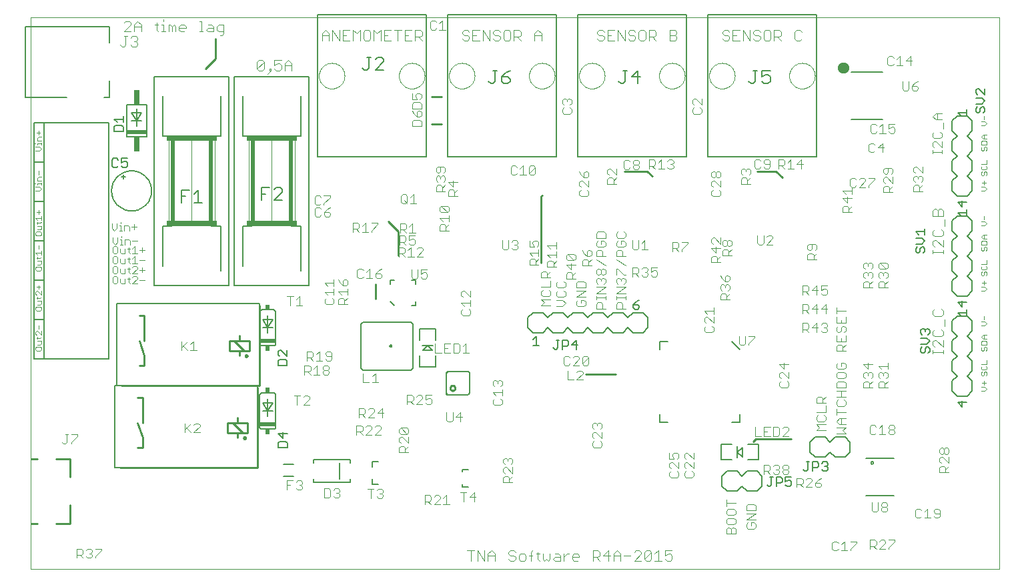
<source format=gto>
G75*
%MOIN*%
%OFA0B0*%
%FSLAX24Y24*%
%IPPOS*%
%LPD*%
%AMOC8*
5,1,8,0,0,1.08239X$1,22.5*
%
%ADD10C,0.0000*%
%ADD11C,0.0040*%
%ADD12C,0.0030*%
%ADD13C,0.0100*%
%ADD14C,0.0060*%
%ADD15R,0.1000X0.0200*%
%ADD16R,0.0300X0.0750*%
%ADD17C,0.0050*%
%ADD18R,0.0800X0.0200*%
%ADD19R,0.0200X0.0250*%
%ADD20C,0.0020*%
%ADD21R,0.0450X0.0250*%
%ADD22R,0.1600X0.0250*%
%ADD23R,0.0200X0.4000*%
%ADD24C,0.0070*%
%ADD25C,0.0080*%
%ADD26C,0.0500*%
%ADD27C,0.0006*%
D10*
X025613Y013467D02*
X025613Y041026D01*
X074038Y041026D01*
X074038Y013467D01*
X025613Y013467D01*
X040028Y038117D02*
X040030Y038167D01*
X040036Y038217D01*
X040046Y038266D01*
X040059Y038315D01*
X040077Y038362D01*
X040098Y038408D01*
X040122Y038451D01*
X040150Y038493D01*
X040181Y038533D01*
X040215Y038570D01*
X040252Y038604D01*
X040292Y038635D01*
X040334Y038663D01*
X040377Y038687D01*
X040423Y038708D01*
X040470Y038726D01*
X040519Y038739D01*
X040568Y038749D01*
X040618Y038755D01*
X040668Y038757D01*
X040718Y038755D01*
X040768Y038749D01*
X040817Y038739D01*
X040866Y038726D01*
X040913Y038708D01*
X040959Y038687D01*
X041002Y038663D01*
X041044Y038635D01*
X041084Y038604D01*
X041121Y038570D01*
X041155Y038533D01*
X041186Y038493D01*
X041214Y038451D01*
X041238Y038408D01*
X041259Y038362D01*
X041277Y038315D01*
X041290Y038266D01*
X041300Y038217D01*
X041306Y038167D01*
X041308Y038117D01*
X041306Y038067D01*
X041300Y038017D01*
X041290Y037968D01*
X041277Y037919D01*
X041259Y037872D01*
X041238Y037826D01*
X041214Y037783D01*
X041186Y037741D01*
X041155Y037701D01*
X041121Y037664D01*
X041084Y037630D01*
X041044Y037599D01*
X041002Y037571D01*
X040959Y037547D01*
X040913Y037526D01*
X040866Y037508D01*
X040817Y037495D01*
X040768Y037485D01*
X040718Y037479D01*
X040668Y037477D01*
X040618Y037479D01*
X040568Y037485D01*
X040519Y037495D01*
X040470Y037508D01*
X040423Y037526D01*
X040377Y037547D01*
X040334Y037571D01*
X040292Y037599D01*
X040252Y037630D01*
X040215Y037664D01*
X040181Y037701D01*
X040150Y037741D01*
X040122Y037783D01*
X040098Y037826D01*
X040077Y037872D01*
X040059Y037919D01*
X040046Y037968D01*
X040036Y038017D01*
X040030Y038067D01*
X040028Y038117D01*
X044028Y038117D02*
X044030Y038167D01*
X044036Y038217D01*
X044046Y038266D01*
X044059Y038315D01*
X044077Y038362D01*
X044098Y038408D01*
X044122Y038451D01*
X044150Y038493D01*
X044181Y038533D01*
X044215Y038570D01*
X044252Y038604D01*
X044292Y038635D01*
X044334Y038663D01*
X044377Y038687D01*
X044423Y038708D01*
X044470Y038726D01*
X044519Y038739D01*
X044568Y038749D01*
X044618Y038755D01*
X044668Y038757D01*
X044718Y038755D01*
X044768Y038749D01*
X044817Y038739D01*
X044866Y038726D01*
X044913Y038708D01*
X044959Y038687D01*
X045002Y038663D01*
X045044Y038635D01*
X045084Y038604D01*
X045121Y038570D01*
X045155Y038533D01*
X045186Y038493D01*
X045214Y038451D01*
X045238Y038408D01*
X045259Y038362D01*
X045277Y038315D01*
X045290Y038266D01*
X045300Y038217D01*
X045306Y038167D01*
X045308Y038117D01*
X045306Y038067D01*
X045300Y038017D01*
X045290Y037968D01*
X045277Y037919D01*
X045259Y037872D01*
X045238Y037826D01*
X045214Y037783D01*
X045186Y037741D01*
X045155Y037701D01*
X045121Y037664D01*
X045084Y037630D01*
X045044Y037599D01*
X045002Y037571D01*
X044959Y037547D01*
X044913Y037526D01*
X044866Y037508D01*
X044817Y037495D01*
X044768Y037485D01*
X044718Y037479D01*
X044668Y037477D01*
X044618Y037479D01*
X044568Y037485D01*
X044519Y037495D01*
X044470Y037508D01*
X044423Y037526D01*
X044377Y037547D01*
X044334Y037571D01*
X044292Y037599D01*
X044252Y037630D01*
X044215Y037664D01*
X044181Y037701D01*
X044150Y037741D01*
X044122Y037783D01*
X044098Y037826D01*
X044077Y037872D01*
X044059Y037919D01*
X044046Y037968D01*
X044036Y038017D01*
X044030Y038067D01*
X044028Y038117D01*
X046528Y038117D02*
X046530Y038167D01*
X046536Y038217D01*
X046546Y038266D01*
X046559Y038315D01*
X046577Y038362D01*
X046598Y038408D01*
X046622Y038451D01*
X046650Y038493D01*
X046681Y038533D01*
X046715Y038570D01*
X046752Y038604D01*
X046792Y038635D01*
X046834Y038663D01*
X046877Y038687D01*
X046923Y038708D01*
X046970Y038726D01*
X047019Y038739D01*
X047068Y038749D01*
X047118Y038755D01*
X047168Y038757D01*
X047218Y038755D01*
X047268Y038749D01*
X047317Y038739D01*
X047366Y038726D01*
X047413Y038708D01*
X047459Y038687D01*
X047502Y038663D01*
X047544Y038635D01*
X047584Y038604D01*
X047621Y038570D01*
X047655Y038533D01*
X047686Y038493D01*
X047714Y038451D01*
X047738Y038408D01*
X047759Y038362D01*
X047777Y038315D01*
X047790Y038266D01*
X047800Y038217D01*
X047806Y038167D01*
X047808Y038117D01*
X047806Y038067D01*
X047800Y038017D01*
X047790Y037968D01*
X047777Y037919D01*
X047759Y037872D01*
X047738Y037826D01*
X047714Y037783D01*
X047686Y037741D01*
X047655Y037701D01*
X047621Y037664D01*
X047584Y037630D01*
X047544Y037599D01*
X047502Y037571D01*
X047459Y037547D01*
X047413Y037526D01*
X047366Y037508D01*
X047317Y037495D01*
X047268Y037485D01*
X047218Y037479D01*
X047168Y037477D01*
X047118Y037479D01*
X047068Y037485D01*
X047019Y037495D01*
X046970Y037508D01*
X046923Y037526D01*
X046877Y037547D01*
X046834Y037571D01*
X046792Y037599D01*
X046752Y037630D01*
X046715Y037664D01*
X046681Y037701D01*
X046650Y037741D01*
X046622Y037783D01*
X046598Y037826D01*
X046577Y037872D01*
X046559Y037919D01*
X046546Y037968D01*
X046536Y038017D01*
X046530Y038067D01*
X046528Y038117D01*
X050528Y038117D02*
X050530Y038167D01*
X050536Y038217D01*
X050546Y038266D01*
X050559Y038315D01*
X050577Y038362D01*
X050598Y038408D01*
X050622Y038451D01*
X050650Y038493D01*
X050681Y038533D01*
X050715Y038570D01*
X050752Y038604D01*
X050792Y038635D01*
X050834Y038663D01*
X050877Y038687D01*
X050923Y038708D01*
X050970Y038726D01*
X051019Y038739D01*
X051068Y038749D01*
X051118Y038755D01*
X051168Y038757D01*
X051218Y038755D01*
X051268Y038749D01*
X051317Y038739D01*
X051366Y038726D01*
X051413Y038708D01*
X051459Y038687D01*
X051502Y038663D01*
X051544Y038635D01*
X051584Y038604D01*
X051621Y038570D01*
X051655Y038533D01*
X051686Y038493D01*
X051714Y038451D01*
X051738Y038408D01*
X051759Y038362D01*
X051777Y038315D01*
X051790Y038266D01*
X051800Y038217D01*
X051806Y038167D01*
X051808Y038117D01*
X051806Y038067D01*
X051800Y038017D01*
X051790Y037968D01*
X051777Y037919D01*
X051759Y037872D01*
X051738Y037826D01*
X051714Y037783D01*
X051686Y037741D01*
X051655Y037701D01*
X051621Y037664D01*
X051584Y037630D01*
X051544Y037599D01*
X051502Y037571D01*
X051459Y037547D01*
X051413Y037526D01*
X051366Y037508D01*
X051317Y037495D01*
X051268Y037485D01*
X051218Y037479D01*
X051168Y037477D01*
X051118Y037479D01*
X051068Y037485D01*
X051019Y037495D01*
X050970Y037508D01*
X050923Y037526D01*
X050877Y037547D01*
X050834Y037571D01*
X050792Y037599D01*
X050752Y037630D01*
X050715Y037664D01*
X050681Y037701D01*
X050650Y037741D01*
X050622Y037783D01*
X050598Y037826D01*
X050577Y037872D01*
X050559Y037919D01*
X050546Y037968D01*
X050536Y038017D01*
X050530Y038067D01*
X050528Y038117D01*
X053028Y038117D02*
X053030Y038167D01*
X053036Y038217D01*
X053046Y038266D01*
X053059Y038315D01*
X053077Y038362D01*
X053098Y038408D01*
X053122Y038451D01*
X053150Y038493D01*
X053181Y038533D01*
X053215Y038570D01*
X053252Y038604D01*
X053292Y038635D01*
X053334Y038663D01*
X053377Y038687D01*
X053423Y038708D01*
X053470Y038726D01*
X053519Y038739D01*
X053568Y038749D01*
X053618Y038755D01*
X053668Y038757D01*
X053718Y038755D01*
X053768Y038749D01*
X053817Y038739D01*
X053866Y038726D01*
X053913Y038708D01*
X053959Y038687D01*
X054002Y038663D01*
X054044Y038635D01*
X054084Y038604D01*
X054121Y038570D01*
X054155Y038533D01*
X054186Y038493D01*
X054214Y038451D01*
X054238Y038408D01*
X054259Y038362D01*
X054277Y038315D01*
X054290Y038266D01*
X054300Y038217D01*
X054306Y038167D01*
X054308Y038117D01*
X054306Y038067D01*
X054300Y038017D01*
X054290Y037968D01*
X054277Y037919D01*
X054259Y037872D01*
X054238Y037826D01*
X054214Y037783D01*
X054186Y037741D01*
X054155Y037701D01*
X054121Y037664D01*
X054084Y037630D01*
X054044Y037599D01*
X054002Y037571D01*
X053959Y037547D01*
X053913Y037526D01*
X053866Y037508D01*
X053817Y037495D01*
X053768Y037485D01*
X053718Y037479D01*
X053668Y037477D01*
X053618Y037479D01*
X053568Y037485D01*
X053519Y037495D01*
X053470Y037508D01*
X053423Y037526D01*
X053377Y037547D01*
X053334Y037571D01*
X053292Y037599D01*
X053252Y037630D01*
X053215Y037664D01*
X053181Y037701D01*
X053150Y037741D01*
X053122Y037783D01*
X053098Y037826D01*
X053077Y037872D01*
X053059Y037919D01*
X053046Y037968D01*
X053036Y038017D01*
X053030Y038067D01*
X053028Y038117D01*
X057028Y038117D02*
X057030Y038167D01*
X057036Y038217D01*
X057046Y038266D01*
X057059Y038315D01*
X057077Y038362D01*
X057098Y038408D01*
X057122Y038451D01*
X057150Y038493D01*
X057181Y038533D01*
X057215Y038570D01*
X057252Y038604D01*
X057292Y038635D01*
X057334Y038663D01*
X057377Y038687D01*
X057423Y038708D01*
X057470Y038726D01*
X057519Y038739D01*
X057568Y038749D01*
X057618Y038755D01*
X057668Y038757D01*
X057718Y038755D01*
X057768Y038749D01*
X057817Y038739D01*
X057866Y038726D01*
X057913Y038708D01*
X057959Y038687D01*
X058002Y038663D01*
X058044Y038635D01*
X058084Y038604D01*
X058121Y038570D01*
X058155Y038533D01*
X058186Y038493D01*
X058214Y038451D01*
X058238Y038408D01*
X058259Y038362D01*
X058277Y038315D01*
X058290Y038266D01*
X058300Y038217D01*
X058306Y038167D01*
X058308Y038117D01*
X058306Y038067D01*
X058300Y038017D01*
X058290Y037968D01*
X058277Y037919D01*
X058259Y037872D01*
X058238Y037826D01*
X058214Y037783D01*
X058186Y037741D01*
X058155Y037701D01*
X058121Y037664D01*
X058084Y037630D01*
X058044Y037599D01*
X058002Y037571D01*
X057959Y037547D01*
X057913Y037526D01*
X057866Y037508D01*
X057817Y037495D01*
X057768Y037485D01*
X057718Y037479D01*
X057668Y037477D01*
X057618Y037479D01*
X057568Y037485D01*
X057519Y037495D01*
X057470Y037508D01*
X057423Y037526D01*
X057377Y037547D01*
X057334Y037571D01*
X057292Y037599D01*
X057252Y037630D01*
X057215Y037664D01*
X057181Y037701D01*
X057150Y037741D01*
X057122Y037783D01*
X057098Y037826D01*
X057077Y037872D01*
X057059Y037919D01*
X057046Y037968D01*
X057036Y038017D01*
X057030Y038067D01*
X057028Y038117D01*
X059528Y038117D02*
X059530Y038167D01*
X059536Y038217D01*
X059546Y038266D01*
X059559Y038315D01*
X059577Y038362D01*
X059598Y038408D01*
X059622Y038451D01*
X059650Y038493D01*
X059681Y038533D01*
X059715Y038570D01*
X059752Y038604D01*
X059792Y038635D01*
X059834Y038663D01*
X059877Y038687D01*
X059923Y038708D01*
X059970Y038726D01*
X060019Y038739D01*
X060068Y038749D01*
X060118Y038755D01*
X060168Y038757D01*
X060218Y038755D01*
X060268Y038749D01*
X060317Y038739D01*
X060366Y038726D01*
X060413Y038708D01*
X060459Y038687D01*
X060502Y038663D01*
X060544Y038635D01*
X060584Y038604D01*
X060621Y038570D01*
X060655Y038533D01*
X060686Y038493D01*
X060714Y038451D01*
X060738Y038408D01*
X060759Y038362D01*
X060777Y038315D01*
X060790Y038266D01*
X060800Y038217D01*
X060806Y038167D01*
X060808Y038117D01*
X060806Y038067D01*
X060800Y038017D01*
X060790Y037968D01*
X060777Y037919D01*
X060759Y037872D01*
X060738Y037826D01*
X060714Y037783D01*
X060686Y037741D01*
X060655Y037701D01*
X060621Y037664D01*
X060584Y037630D01*
X060544Y037599D01*
X060502Y037571D01*
X060459Y037547D01*
X060413Y037526D01*
X060366Y037508D01*
X060317Y037495D01*
X060268Y037485D01*
X060218Y037479D01*
X060168Y037477D01*
X060118Y037479D01*
X060068Y037485D01*
X060019Y037495D01*
X059970Y037508D01*
X059923Y037526D01*
X059877Y037547D01*
X059834Y037571D01*
X059792Y037599D01*
X059752Y037630D01*
X059715Y037664D01*
X059681Y037701D01*
X059650Y037741D01*
X059622Y037783D01*
X059598Y037826D01*
X059577Y037872D01*
X059559Y037919D01*
X059546Y037968D01*
X059536Y038017D01*
X059530Y038067D01*
X059528Y038117D01*
X063528Y038117D02*
X063530Y038167D01*
X063536Y038217D01*
X063546Y038266D01*
X063559Y038315D01*
X063577Y038362D01*
X063598Y038408D01*
X063622Y038451D01*
X063650Y038493D01*
X063681Y038533D01*
X063715Y038570D01*
X063752Y038604D01*
X063792Y038635D01*
X063834Y038663D01*
X063877Y038687D01*
X063923Y038708D01*
X063970Y038726D01*
X064019Y038739D01*
X064068Y038749D01*
X064118Y038755D01*
X064168Y038757D01*
X064218Y038755D01*
X064268Y038749D01*
X064317Y038739D01*
X064366Y038726D01*
X064413Y038708D01*
X064459Y038687D01*
X064502Y038663D01*
X064544Y038635D01*
X064584Y038604D01*
X064621Y038570D01*
X064655Y038533D01*
X064686Y038493D01*
X064714Y038451D01*
X064738Y038408D01*
X064759Y038362D01*
X064777Y038315D01*
X064790Y038266D01*
X064800Y038217D01*
X064806Y038167D01*
X064808Y038117D01*
X064806Y038067D01*
X064800Y038017D01*
X064790Y037968D01*
X064777Y037919D01*
X064759Y037872D01*
X064738Y037826D01*
X064714Y037783D01*
X064686Y037741D01*
X064655Y037701D01*
X064621Y037664D01*
X064584Y037630D01*
X064544Y037599D01*
X064502Y037571D01*
X064459Y037547D01*
X064413Y037526D01*
X064366Y037508D01*
X064317Y037495D01*
X064268Y037485D01*
X064218Y037479D01*
X064168Y037477D01*
X064118Y037479D01*
X064068Y037485D01*
X064019Y037495D01*
X063970Y037508D01*
X063923Y037526D01*
X063877Y037547D01*
X063834Y037571D01*
X063792Y037599D01*
X063752Y037630D01*
X063715Y037664D01*
X063681Y037701D01*
X063650Y037741D01*
X063622Y037783D01*
X063598Y037826D01*
X063577Y037872D01*
X063559Y037919D01*
X063546Y037968D01*
X063536Y038017D01*
X063530Y038067D01*
X063528Y038117D01*
D11*
X063884Y039887D02*
X064058Y039887D01*
X064145Y039974D01*
X063884Y039887D02*
X063798Y039974D01*
X063798Y040321D01*
X063884Y040407D01*
X064058Y040407D01*
X064145Y040321D01*
X063113Y040321D02*
X063113Y040147D01*
X063027Y040060D01*
X062766Y040060D01*
X062766Y039887D02*
X062766Y040407D01*
X063027Y040407D01*
X063113Y040321D01*
X062940Y040060D02*
X063113Y039887D01*
X062598Y039974D02*
X062598Y040321D01*
X062511Y040407D01*
X062337Y040407D01*
X062251Y040321D01*
X062251Y039974D01*
X062337Y039887D01*
X062511Y039887D01*
X062598Y039974D01*
X062082Y039974D02*
X061995Y039887D01*
X061822Y039887D01*
X061735Y039974D01*
X061566Y039887D02*
X061566Y040407D01*
X061735Y040321D02*
X061735Y040234D01*
X061822Y040147D01*
X061995Y040147D01*
X062082Y040060D01*
X062082Y039974D01*
X062082Y040321D02*
X061995Y040407D01*
X061822Y040407D01*
X061735Y040321D01*
X061566Y039887D02*
X061219Y040407D01*
X061219Y039887D01*
X061051Y039887D02*
X060704Y039887D01*
X060704Y040407D01*
X061051Y040407D01*
X060877Y040147D02*
X060704Y040147D01*
X060535Y040060D02*
X060535Y039974D01*
X060448Y039887D01*
X060275Y039887D01*
X060188Y039974D01*
X060275Y040147D02*
X060448Y040147D01*
X060535Y040060D01*
X060535Y040321D02*
X060448Y040407D01*
X060275Y040407D01*
X060188Y040321D01*
X060188Y040234D01*
X060275Y040147D01*
X057895Y040060D02*
X057895Y039974D01*
X057808Y039887D01*
X057548Y039887D01*
X057548Y040407D01*
X057808Y040407D01*
X057895Y040321D01*
X057895Y040234D01*
X057808Y040147D01*
X057548Y040147D01*
X057808Y040147D02*
X057895Y040060D01*
X056863Y040147D02*
X056777Y040060D01*
X056516Y040060D01*
X056516Y039887D02*
X056516Y040407D01*
X056777Y040407D01*
X056863Y040321D01*
X056863Y040147D01*
X056690Y040060D02*
X056863Y039887D01*
X056348Y039974D02*
X056348Y040321D01*
X056261Y040407D01*
X056087Y040407D01*
X056001Y040321D01*
X056001Y039974D01*
X056087Y039887D01*
X056261Y039887D01*
X056348Y039974D01*
X055832Y039974D02*
X055745Y039887D01*
X055572Y039887D01*
X055485Y039974D01*
X055316Y039887D02*
X055316Y040407D01*
X055485Y040321D02*
X055485Y040234D01*
X055572Y040147D01*
X055745Y040147D01*
X055832Y040060D01*
X055832Y039974D01*
X055832Y040321D02*
X055745Y040407D01*
X055572Y040407D01*
X055485Y040321D01*
X055316Y039887D02*
X054969Y040407D01*
X054969Y039887D01*
X054801Y039887D02*
X054454Y039887D01*
X054454Y040407D01*
X054801Y040407D01*
X054627Y040147D02*
X054454Y040147D01*
X054285Y040060D02*
X054285Y039974D01*
X054198Y039887D01*
X054025Y039887D01*
X053938Y039974D01*
X054025Y040147D02*
X054198Y040147D01*
X054285Y040060D01*
X054285Y040321D02*
X054198Y040407D01*
X054025Y040407D01*
X053938Y040321D01*
X053938Y040234D01*
X054025Y040147D01*
X051145Y040147D02*
X050798Y040147D01*
X050798Y040234D02*
X050971Y040407D01*
X051145Y040234D01*
X051145Y039887D01*
X050798Y039887D02*
X050798Y040234D01*
X050113Y040321D02*
X050113Y040147D01*
X050027Y040060D01*
X049766Y040060D01*
X049766Y039887D02*
X049766Y040407D01*
X050027Y040407D01*
X050113Y040321D01*
X049940Y040060D02*
X050113Y039887D01*
X049598Y039974D02*
X049598Y040321D01*
X049511Y040407D01*
X049337Y040407D01*
X049251Y040321D01*
X049251Y039974D01*
X049337Y039887D01*
X049511Y039887D01*
X049598Y039974D01*
X049082Y039974D02*
X048995Y039887D01*
X048822Y039887D01*
X048735Y039974D01*
X048566Y039887D02*
X048566Y040407D01*
X048735Y040321D02*
X048735Y040234D01*
X048822Y040147D01*
X048995Y040147D01*
X049082Y040060D01*
X049082Y039974D01*
X049082Y040321D02*
X048995Y040407D01*
X048822Y040407D01*
X048735Y040321D01*
X048566Y039887D02*
X048219Y040407D01*
X048219Y039887D01*
X048051Y039887D02*
X047704Y039887D01*
X047704Y040407D01*
X048051Y040407D01*
X047877Y040147D02*
X047704Y040147D01*
X047535Y040060D02*
X047448Y040147D01*
X047275Y040147D01*
X047188Y040234D01*
X047188Y040321D01*
X047275Y040407D01*
X047448Y040407D01*
X047535Y040321D01*
X047535Y040060D02*
X047535Y039974D01*
X047448Y039887D01*
X047275Y039887D01*
X047188Y039974D01*
X046345Y040418D02*
X046038Y040418D01*
X046192Y040418D02*
X046192Y040878D01*
X046038Y040724D01*
X045885Y040801D02*
X045808Y040878D01*
X045655Y040878D01*
X045578Y040801D01*
X045578Y040494D01*
X045655Y040418D01*
X045808Y040418D01*
X045885Y040494D01*
X045176Y040321D02*
X045176Y040147D01*
X045089Y040060D01*
X044829Y040060D01*
X044829Y039887D02*
X044829Y040407D01*
X045089Y040407D01*
X045176Y040321D01*
X045002Y040060D02*
X045176Y039887D01*
X044660Y039887D02*
X044313Y039887D01*
X044313Y040407D01*
X044660Y040407D01*
X044487Y040147D02*
X044313Y040147D01*
X044145Y040407D02*
X043798Y040407D01*
X043629Y040407D02*
X043282Y040407D01*
X043282Y039887D01*
X043629Y039887D01*
X043456Y040147D02*
X043282Y040147D01*
X043113Y040407D02*
X043113Y039887D01*
X042766Y039887D02*
X042766Y040407D01*
X042940Y040234D01*
X043113Y040407D01*
X042598Y040321D02*
X042598Y039974D01*
X042511Y039887D01*
X042337Y039887D01*
X042251Y039974D01*
X042251Y040321D01*
X042337Y040407D01*
X042511Y040407D01*
X042598Y040321D01*
X042082Y040407D02*
X042082Y039887D01*
X041735Y039887D02*
X041735Y040407D01*
X041909Y040234D01*
X042082Y040407D01*
X041566Y040407D02*
X041219Y040407D01*
X041219Y039887D01*
X041566Y039887D01*
X041393Y040147D02*
X041219Y040147D01*
X041051Y039887D02*
X041051Y040407D01*
X040704Y040407D02*
X040704Y039887D01*
X040535Y039887D02*
X040535Y040234D01*
X040362Y040407D01*
X040188Y040234D01*
X040188Y039887D01*
X040188Y040147D02*
X040535Y040147D01*
X040704Y040407D02*
X041051Y039887D01*
X043971Y039887D02*
X043971Y040407D01*
X038660Y038734D02*
X038660Y038387D01*
X038660Y038647D02*
X038313Y038647D01*
X038313Y038734D02*
X038487Y038907D01*
X038660Y038734D01*
X038313Y038734D02*
X038313Y038387D01*
X038145Y038474D02*
X038058Y038387D01*
X037884Y038387D01*
X037798Y038474D01*
X037627Y038474D02*
X037541Y038474D01*
X037541Y038387D01*
X037627Y038387D01*
X037627Y038474D01*
X037627Y038387D02*
X037454Y038214D01*
X037198Y038387D02*
X037025Y038387D01*
X036938Y038474D01*
X037285Y038821D01*
X037285Y038474D01*
X037198Y038387D01*
X036938Y038474D02*
X036938Y038821D01*
X037025Y038907D01*
X037198Y038907D01*
X037285Y038821D01*
X037798Y038907D02*
X037798Y038647D01*
X037971Y038734D01*
X038058Y038734D01*
X038145Y038647D01*
X038145Y038474D01*
X038145Y038907D02*
X037798Y038907D01*
X035270Y040240D02*
X035270Y040674D01*
X035009Y040674D01*
X034923Y040587D01*
X034923Y040414D01*
X035009Y040327D01*
X035270Y040327D01*
X035270Y040240D02*
X035183Y040154D01*
X035096Y040154D01*
X034754Y040327D02*
X034754Y040587D01*
X034667Y040674D01*
X034494Y040674D01*
X034494Y040500D02*
X034754Y040500D01*
X034754Y040327D02*
X034494Y040327D01*
X034407Y040414D01*
X034494Y040500D01*
X034237Y040327D02*
X034063Y040327D01*
X034150Y040327D02*
X034150Y040847D01*
X034063Y040847D01*
X033379Y040587D02*
X033379Y040500D01*
X033032Y040500D01*
X033032Y040414D02*
X033032Y040587D01*
X033119Y040674D01*
X033292Y040674D01*
X033379Y040587D01*
X033292Y040327D02*
X033119Y040327D01*
X033032Y040414D01*
X032863Y040327D02*
X032863Y040587D01*
X032776Y040674D01*
X032690Y040587D01*
X032690Y040327D01*
X032516Y040327D02*
X032516Y040674D01*
X032603Y040674D01*
X032690Y040587D01*
X032346Y040327D02*
X032172Y040327D01*
X032259Y040327D02*
X032259Y040674D01*
X032172Y040674D01*
X032002Y040674D02*
X031829Y040674D01*
X031915Y040761D02*
X031915Y040414D01*
X032002Y040327D01*
X032259Y040847D02*
X032259Y040934D01*
X031144Y040674D02*
X031144Y040327D01*
X031144Y040587D02*
X030797Y040587D01*
X030797Y040674D02*
X030971Y040847D01*
X031144Y040674D01*
X030797Y040674D02*
X030797Y040327D01*
X030629Y040327D02*
X030282Y040327D01*
X030629Y040674D01*
X030629Y040761D01*
X030542Y040847D01*
X030369Y040847D01*
X030282Y040761D01*
X030277Y040097D02*
X030451Y040097D01*
X030364Y040097D02*
X030364Y039664D01*
X030277Y039577D01*
X030190Y039577D01*
X030104Y039664D01*
X030619Y039664D02*
X030706Y039577D01*
X030880Y039577D01*
X030966Y039664D01*
X030966Y039750D01*
X030880Y039837D01*
X030793Y039837D01*
X030880Y039837D02*
X030966Y039924D01*
X030966Y040011D01*
X030880Y040097D01*
X030706Y040097D01*
X030619Y040011D01*
X044688Y037255D02*
X044688Y036948D01*
X044918Y036948D01*
X044841Y037101D01*
X044841Y037178D01*
X044918Y037255D01*
X045071Y037255D01*
X045148Y037178D01*
X045148Y037025D01*
X045071Y036948D01*
X045071Y036794D02*
X044765Y036794D01*
X044688Y036718D01*
X044688Y036487D01*
X045148Y036487D01*
X045148Y036718D01*
X045071Y036794D01*
X045071Y036380D02*
X044995Y036380D01*
X044918Y036303D01*
X044918Y036073D01*
X045071Y036073D01*
X045148Y036150D01*
X045148Y036303D01*
X045071Y036380D01*
X044765Y036226D02*
X044688Y036380D01*
X044765Y036226D02*
X044918Y036073D01*
X045071Y035919D02*
X044765Y035919D01*
X044688Y035843D01*
X044688Y035612D01*
X045148Y035612D01*
X045148Y035843D01*
X045071Y035919D01*
X045952Y033584D02*
X045875Y033507D01*
X045875Y033354D01*
X045952Y033277D01*
X046029Y033277D01*
X046105Y033354D01*
X046105Y033584D01*
X045952Y033584D02*
X046259Y033584D01*
X046336Y033507D01*
X046336Y033354D01*
X046259Y033277D01*
X046259Y033124D02*
X046336Y033047D01*
X046336Y032893D01*
X046259Y032817D01*
X046336Y032663D02*
X046182Y032510D01*
X046182Y032586D02*
X046182Y032356D01*
X046336Y032356D02*
X045875Y032356D01*
X045875Y032586D01*
X045952Y032663D01*
X046105Y032663D01*
X046182Y032586D01*
X045952Y032817D02*
X045875Y032893D01*
X045875Y033047D01*
X045952Y033124D01*
X046029Y033124D01*
X046105Y033047D01*
X046182Y033124D01*
X046259Y033124D01*
X046105Y033047D02*
X046105Y032970D01*
X046483Y032812D02*
X046713Y032582D01*
X046713Y032889D01*
X046943Y032812D02*
X046483Y032812D01*
X046560Y032429D02*
X046713Y032429D01*
X046790Y032352D01*
X046790Y032122D01*
X046790Y032275D02*
X046943Y032429D01*
X046943Y032122D02*
X046483Y032122D01*
X046483Y032352D01*
X046560Y032429D01*
X046446Y031615D02*
X046523Y031538D01*
X046523Y031385D01*
X046446Y031308D01*
X046140Y031615D01*
X046446Y031615D01*
X046140Y031615D02*
X046063Y031538D01*
X046063Y031385D01*
X046140Y031308D01*
X046446Y031308D01*
X046523Y031154D02*
X046523Y030847D01*
X046523Y030694D02*
X046370Y030540D01*
X046370Y030617D02*
X046370Y030387D01*
X046523Y030387D02*
X046063Y030387D01*
X046063Y030617D01*
X046140Y030694D01*
X046293Y030694D01*
X046370Y030617D01*
X046216Y030847D02*
X046063Y031001D01*
X046523Y031001D01*
X044900Y031737D02*
X044593Y031737D01*
X044440Y031737D02*
X044287Y031891D01*
X044440Y031814D02*
X044363Y031737D01*
X044210Y031737D01*
X044133Y031814D01*
X044133Y032121D01*
X044210Y032198D01*
X044363Y032198D01*
X044440Y032121D01*
X044440Y031814D01*
X044593Y032044D02*
X044747Y032198D01*
X044747Y031737D01*
X044692Y030736D02*
X044692Y030275D01*
X044845Y030275D02*
X044538Y030275D01*
X044523Y030128D02*
X044523Y029898D01*
X044677Y029974D01*
X044753Y029974D01*
X044830Y029898D01*
X044830Y029744D01*
X044753Y029668D01*
X044600Y029668D01*
X044523Y029744D01*
X044370Y029668D02*
X044216Y029821D01*
X044293Y029821D02*
X044063Y029821D01*
X044063Y029668D02*
X044063Y030128D01*
X044293Y030128D01*
X044370Y030051D01*
X044370Y029898D01*
X044293Y029821D01*
X044239Y029548D02*
X044009Y029548D01*
X044009Y029088D01*
X044009Y029241D02*
X044239Y029241D01*
X044316Y029318D01*
X044316Y029471D01*
X044239Y029548D01*
X044470Y029395D02*
X044623Y029548D01*
X044623Y029088D01*
X044470Y029088D02*
X044777Y029088D01*
X044930Y029088D02*
X045237Y029395D01*
X045237Y029471D01*
X045160Y029548D01*
X045007Y029548D01*
X044930Y029471D01*
X044930Y029088D02*
X045237Y029088D01*
X045118Y028448D02*
X045118Y028218D01*
X045271Y028295D01*
X045348Y028295D01*
X045424Y028218D01*
X045424Y028065D01*
X045348Y027988D01*
X045194Y027988D01*
X045118Y028065D01*
X044964Y028065D02*
X044964Y028448D01*
X045118Y028448D02*
X045424Y028448D01*
X044964Y028065D02*
X044887Y027988D01*
X044734Y027988D01*
X044657Y028065D01*
X044657Y028448D01*
X044316Y029088D02*
X044163Y029241D01*
X044523Y030128D02*
X044830Y030128D01*
X044385Y030275D02*
X044231Y030429D01*
X044308Y030429D02*
X044078Y030429D01*
X044078Y030275D02*
X044078Y030736D01*
X044308Y030736D01*
X044385Y030659D01*
X044385Y030505D01*
X044308Y030429D01*
X044538Y030582D02*
X044692Y030736D01*
X042961Y030768D02*
X042961Y030691D01*
X042654Y030384D01*
X042654Y030307D01*
X042500Y030307D02*
X042193Y030307D01*
X042040Y030307D02*
X041887Y030461D01*
X041963Y030461D02*
X041733Y030461D01*
X041733Y030307D02*
X041733Y030768D01*
X041963Y030768D01*
X042040Y030691D01*
X042040Y030537D01*
X041963Y030461D01*
X042193Y030614D02*
X042347Y030768D01*
X042347Y030307D01*
X042654Y030768D02*
X042961Y030768D01*
X040595Y031165D02*
X040595Y031241D01*
X040519Y031318D01*
X040288Y031318D01*
X040288Y031165D01*
X040365Y031088D01*
X040519Y031088D01*
X040595Y031165D01*
X040442Y031471D02*
X040288Y031318D01*
X040135Y031471D02*
X040058Y031548D01*
X039905Y031548D01*
X039828Y031471D01*
X039828Y031165D01*
X039905Y031088D01*
X040058Y031088D01*
X040135Y031165D01*
X040442Y031471D02*
X040595Y031548D01*
X040273Y031668D02*
X040273Y031744D01*
X040580Y032051D01*
X040580Y032128D01*
X040273Y032128D01*
X040120Y032051D02*
X040043Y032128D01*
X039889Y032128D01*
X039813Y032051D01*
X039813Y031744D01*
X039889Y031668D01*
X040043Y031668D01*
X040120Y031744D01*
X042015Y028472D02*
X041938Y028396D01*
X041938Y028089D01*
X042015Y028012D01*
X042168Y028012D01*
X042245Y028089D01*
X042399Y028012D02*
X042706Y028012D01*
X042552Y028012D02*
X042552Y028472D01*
X042399Y028319D01*
X042245Y028396D02*
X042168Y028472D01*
X042015Y028472D01*
X041461Y027863D02*
X041384Y027940D01*
X041307Y027940D01*
X041230Y027863D01*
X041230Y027633D01*
X041384Y027633D01*
X041461Y027710D01*
X041461Y027863D01*
X041230Y027633D02*
X041077Y027787D01*
X041000Y027940D01*
X040773Y027927D02*
X040773Y027620D01*
X040773Y027467D02*
X040773Y027160D01*
X040773Y027313D02*
X040313Y027313D01*
X040466Y027160D01*
X040390Y027006D02*
X040313Y026930D01*
X040313Y026776D01*
X040390Y026700D01*
X040696Y026700D01*
X040773Y026776D01*
X040773Y026930D01*
X040696Y027006D01*
X041000Y026943D02*
X041077Y027019D01*
X041230Y027019D01*
X041307Y026943D01*
X041307Y026712D01*
X041461Y026712D02*
X041000Y026712D01*
X041000Y026943D01*
X041154Y027173D02*
X041000Y027326D01*
X041461Y027326D01*
X041461Y027173D02*
X041461Y027480D01*
X040773Y027774D02*
X040313Y027774D01*
X040466Y027620D01*
X039052Y027097D02*
X039052Y026637D01*
X038899Y026637D02*
X039206Y026637D01*
X038899Y026944D02*
X039052Y027097D01*
X038745Y027097D02*
X038438Y027097D01*
X038592Y027097D02*
X038592Y026637D01*
X041307Y026866D02*
X041461Y027019D01*
X042859Y028089D02*
X042936Y028012D01*
X043089Y028012D01*
X043166Y028089D01*
X043166Y028165D01*
X043089Y028242D01*
X042859Y028242D01*
X042859Y028089D01*
X042859Y028242D02*
X043012Y028396D01*
X043166Y028472D01*
X047140Y027301D02*
X047140Y027148D01*
X047217Y027071D01*
X047140Y027301D02*
X047217Y027378D01*
X047294Y027378D01*
X047600Y027071D01*
X047600Y027378D01*
X047600Y026918D02*
X047600Y026611D01*
X047600Y026764D02*
X047140Y026764D01*
X047294Y026611D01*
X047217Y026457D02*
X047140Y026380D01*
X047140Y026227D01*
X047217Y026150D01*
X047524Y026150D01*
X047600Y026227D01*
X047600Y026380D01*
X047524Y026457D01*
X051133Y026646D02*
X051286Y026799D01*
X051133Y026953D01*
X051593Y026953D01*
X051516Y027106D02*
X051209Y027106D01*
X051133Y027183D01*
X051133Y027336D01*
X051209Y027413D01*
X051133Y027567D02*
X051593Y027567D01*
X051593Y027874D01*
X051593Y028027D02*
X051133Y028027D01*
X051133Y028257D01*
X051209Y028334D01*
X051363Y028334D01*
X051440Y028257D01*
X051440Y028027D01*
X051440Y028180D02*
X051593Y028334D01*
X051745Y028568D02*
X051745Y028799D01*
X051668Y028875D01*
X051515Y028875D01*
X051438Y028799D01*
X051438Y028568D01*
X051898Y028568D01*
X051745Y028722D02*
X051898Y028875D01*
X051898Y029029D02*
X051898Y029336D01*
X051898Y029489D02*
X051898Y029796D01*
X051898Y029643D02*
X051438Y029643D01*
X051591Y029489D01*
X051438Y029182D02*
X051898Y029182D01*
X051591Y029029D02*
X051438Y029182D01*
X051006Y029122D02*
X051006Y029429D01*
X051006Y029275D02*
X050546Y029275D01*
X050699Y029122D01*
X050622Y028968D02*
X050776Y028968D01*
X050853Y028892D01*
X050853Y028661D01*
X051006Y028661D02*
X050546Y028661D01*
X050546Y028892D01*
X050622Y028968D01*
X050853Y028815D02*
X051006Y028968D01*
X049956Y029514D02*
X049879Y029437D01*
X049725Y029437D01*
X049649Y029514D01*
X049495Y029514D02*
X049495Y029897D01*
X049649Y029821D02*
X049725Y029897D01*
X049879Y029897D01*
X049956Y029821D01*
X049956Y029744D01*
X049879Y029667D01*
X049956Y029590D01*
X049956Y029514D01*
X049879Y029667D02*
X049802Y029667D01*
X049495Y029514D02*
X049418Y029437D01*
X049265Y029437D01*
X049188Y029514D01*
X049188Y029897D01*
X050546Y029889D02*
X050546Y029582D01*
X050776Y029582D01*
X050699Y029736D01*
X050699Y029812D01*
X050776Y029889D01*
X050929Y029889D01*
X051006Y029812D01*
X051006Y029659D01*
X050929Y029582D01*
X052383Y029138D02*
X052383Y028985D01*
X052459Y028908D01*
X052766Y028908D01*
X052459Y029215D01*
X052766Y029215D01*
X052843Y029138D01*
X052843Y028985D01*
X052766Y028908D01*
X052613Y028755D02*
X052613Y028448D01*
X052383Y028678D01*
X052843Y028678D01*
X053188Y028637D02*
X053188Y028867D01*
X053265Y028944D01*
X053418Y028944D01*
X053495Y028867D01*
X053495Y028637D01*
X053648Y028637D02*
X053188Y028637D01*
X053495Y028790D02*
X053648Y028944D01*
X053571Y029097D02*
X053648Y029174D01*
X053648Y029328D01*
X053571Y029404D01*
X053495Y029404D01*
X053418Y029328D01*
X053418Y029097D01*
X053571Y029097D01*
X053418Y029097D02*
X053265Y029251D01*
X053188Y029404D01*
X053883Y029326D02*
X053883Y029096D01*
X054343Y029096D01*
X054190Y029096D02*
X054190Y029326D01*
X054113Y029403D01*
X053959Y029403D01*
X053883Y029326D01*
X053959Y029557D02*
X054266Y029557D01*
X054343Y029633D01*
X054343Y029787D01*
X054266Y029864D01*
X054113Y029864D01*
X054113Y029710D01*
X053959Y029557D02*
X053883Y029633D01*
X053883Y029787D01*
X053959Y029864D01*
X053883Y030017D02*
X053883Y030247D01*
X053959Y030324D01*
X054266Y030324D01*
X054343Y030247D01*
X054343Y030017D01*
X053883Y030017D01*
X054883Y030094D02*
X054959Y030017D01*
X055266Y030017D01*
X055343Y030094D01*
X055343Y030247D01*
X055266Y030324D01*
X054959Y030324D02*
X054883Y030247D01*
X054883Y030094D01*
X054959Y029864D02*
X054883Y029787D01*
X054883Y029633D01*
X054959Y029557D01*
X055266Y029557D01*
X055343Y029633D01*
X055343Y029787D01*
X055266Y029864D01*
X055113Y029864D01*
X055113Y029710D01*
X055113Y029403D02*
X055190Y029326D01*
X055190Y029096D01*
X055343Y029096D02*
X054883Y029096D01*
X054883Y029326D01*
X054959Y029403D01*
X055113Y029403D01*
X054883Y028943D02*
X055343Y028636D01*
X055697Y028548D02*
X055927Y028548D01*
X056004Y028471D01*
X056004Y028318D01*
X055927Y028241D01*
X055697Y028241D01*
X055697Y028088D02*
X055697Y028548D01*
X055850Y028241D02*
X056004Y028088D01*
X056157Y028165D02*
X056234Y028088D01*
X056387Y028088D01*
X056464Y028165D01*
X056464Y028241D01*
X056387Y028318D01*
X056311Y028318D01*
X056387Y028318D02*
X056464Y028395D01*
X056464Y028471D01*
X056387Y028548D01*
X056234Y028548D01*
X056157Y028471D01*
X056618Y028548D02*
X056618Y028318D01*
X056771Y028395D01*
X056848Y028395D01*
X056924Y028318D01*
X056924Y028165D01*
X056848Y028088D01*
X056694Y028088D01*
X056618Y028165D01*
X056618Y028548D02*
X056924Y028548D01*
X055343Y028176D02*
X055266Y028176D01*
X054959Y028482D01*
X054883Y028482D01*
X054883Y028176D01*
X054959Y028022D02*
X055036Y028022D01*
X055113Y027945D01*
X055190Y028022D01*
X055266Y028022D01*
X055343Y027945D01*
X055343Y027792D01*
X055266Y027715D01*
X055343Y027562D02*
X054883Y027562D01*
X054959Y027715D02*
X054883Y027792D01*
X054883Y027945D01*
X054959Y028022D01*
X055113Y027945D02*
X055113Y027869D01*
X055343Y027562D02*
X054883Y027255D01*
X055343Y027255D01*
X055343Y027101D02*
X055343Y026948D01*
X055343Y027025D02*
X054883Y027025D01*
X054883Y027101D02*
X054883Y026948D01*
X054959Y026794D02*
X055113Y026794D01*
X055190Y026718D01*
X055190Y026487D01*
X055343Y026487D02*
X054883Y026487D01*
X054883Y026718D01*
X054959Y026794D01*
X054343Y026948D02*
X054343Y027101D01*
X054343Y027025D02*
X053883Y027025D01*
X053883Y027101D02*
X053883Y026948D01*
X053959Y026794D02*
X054113Y026794D01*
X054190Y026718D01*
X054190Y026487D01*
X054343Y026487D02*
X053883Y026487D01*
X053883Y026718D01*
X053959Y026794D01*
X053883Y027255D02*
X054343Y027562D01*
X053883Y027562D01*
X053959Y027715D02*
X053883Y027792D01*
X053883Y027945D01*
X053959Y028022D01*
X054036Y028022D01*
X054113Y027945D01*
X054190Y028022D01*
X054266Y028022D01*
X054343Y027945D01*
X054343Y027792D01*
X054266Y027715D01*
X054113Y027869D02*
X054113Y027945D01*
X054190Y028176D02*
X054113Y028252D01*
X054113Y028406D01*
X054190Y028482D01*
X054266Y028482D01*
X054343Y028406D01*
X054343Y028252D01*
X054266Y028176D01*
X054190Y028176D01*
X054113Y028252D02*
X054036Y028176D01*
X053959Y028176D01*
X053883Y028252D01*
X053883Y028406D01*
X053959Y028482D01*
X054036Y028482D01*
X054113Y028406D01*
X054343Y028636D02*
X053883Y028943D01*
X052843Y028294D02*
X052690Y028141D01*
X052690Y028218D02*
X052690Y027987D01*
X052843Y027987D02*
X052383Y027987D01*
X052383Y028218D01*
X052459Y028294D01*
X052613Y028294D01*
X052690Y028218D01*
X052959Y027834D02*
X052883Y027757D01*
X052883Y027527D01*
X053343Y027527D01*
X053343Y027757D01*
X053266Y027834D01*
X052959Y027834D01*
X052883Y027374D02*
X053343Y027374D01*
X052883Y027067D01*
X053343Y027067D01*
X053266Y026913D02*
X053113Y026913D01*
X053113Y026760D01*
X053266Y026913D02*
X053343Y026836D01*
X053343Y026683D01*
X053266Y026606D01*
X052959Y026606D01*
X052883Y026683D01*
X052883Y026836D01*
X052959Y026913D01*
X052343Y026760D02*
X052190Y026913D01*
X051883Y026913D01*
X051959Y027067D02*
X052266Y027067D01*
X052343Y027143D01*
X052343Y027297D01*
X052266Y027374D01*
X052266Y027527D02*
X051959Y027527D01*
X051883Y027604D01*
X051883Y027757D01*
X051959Y027834D01*
X052266Y027834D02*
X052343Y027757D01*
X052343Y027604D01*
X052266Y027527D01*
X051959Y027374D02*
X051883Y027297D01*
X051883Y027143D01*
X051959Y027067D01*
X051593Y027183D02*
X051593Y027336D01*
X051516Y027413D01*
X051593Y027183D02*
X051516Y027106D01*
X051593Y026646D02*
X051133Y026646D01*
X051883Y026606D02*
X052190Y026606D01*
X052343Y026760D01*
X053883Y027255D02*
X054343Y027255D01*
X059282Y026375D02*
X059743Y026375D01*
X059743Y026222D02*
X059743Y026529D01*
X059436Y026222D02*
X059282Y026375D01*
X059359Y026068D02*
X059282Y025992D01*
X059282Y025838D01*
X059359Y025761D01*
X059359Y025608D02*
X059282Y025531D01*
X059282Y025378D01*
X059359Y025301D01*
X059666Y025301D01*
X059743Y025378D01*
X059743Y025531D01*
X059666Y025608D01*
X059743Y025761D02*
X059436Y026068D01*
X059359Y026068D01*
X059743Y026068D02*
X059743Y025761D01*
X060082Y026926D02*
X060082Y027156D01*
X060159Y027233D01*
X060312Y027233D01*
X060389Y027156D01*
X060389Y026926D01*
X060389Y027080D02*
X060543Y027233D01*
X060466Y027386D02*
X060543Y027463D01*
X060543Y027617D01*
X060466Y027693D01*
X060389Y027693D01*
X060312Y027617D01*
X060312Y027540D01*
X060312Y027617D02*
X060236Y027693D01*
X060159Y027693D01*
X060082Y027617D01*
X060082Y027463D01*
X060159Y027386D01*
X060082Y026926D02*
X060543Y026926D01*
X060466Y027847D02*
X060312Y027847D01*
X060312Y028077D01*
X060389Y028154D01*
X060466Y028154D01*
X060543Y028077D01*
X060543Y027924D01*
X060466Y027847D01*
X060312Y027847D02*
X060159Y028000D01*
X060082Y028154D01*
X060093Y028800D02*
X059633Y028800D01*
X059633Y029030D01*
X059709Y029107D01*
X059863Y029107D01*
X059940Y029030D01*
X059940Y028800D01*
X059940Y028953D02*
X060093Y029107D01*
X060188Y029137D02*
X060188Y029367D01*
X060265Y029444D01*
X060418Y029444D01*
X060495Y029367D01*
X060495Y029137D01*
X060648Y029137D02*
X060188Y029137D01*
X060495Y029290D02*
X060648Y029444D01*
X060571Y029597D02*
X060495Y029597D01*
X060418Y029674D01*
X060418Y029828D01*
X060495Y029904D01*
X060571Y029904D01*
X060648Y029828D01*
X060648Y029674D01*
X060571Y029597D01*
X060418Y029674D02*
X060341Y029597D01*
X060265Y029597D01*
X060188Y029674D01*
X060188Y029828D01*
X060265Y029904D01*
X060341Y029904D01*
X060418Y029828D01*
X060093Y029721D02*
X059786Y030028D01*
X059709Y030028D01*
X059633Y029951D01*
X059633Y029797D01*
X059709Y029721D01*
X059863Y029567D02*
X059863Y029260D01*
X059633Y029490D01*
X060093Y029490D01*
X060093Y029721D02*
X060093Y030028D01*
X058455Y029815D02*
X058455Y029739D01*
X058148Y029432D01*
X058148Y029355D01*
X057995Y029355D02*
X057841Y029508D01*
X057918Y029508D02*
X057688Y029508D01*
X057688Y029355D02*
X057688Y029815D01*
X057918Y029815D01*
X057995Y029739D01*
X057995Y029585D01*
X057918Y029508D01*
X058148Y029815D02*
X058455Y029815D01*
X056456Y029437D02*
X056149Y029437D01*
X056302Y029437D02*
X056302Y029897D01*
X056149Y029744D01*
X055995Y029897D02*
X055995Y029514D01*
X055918Y029437D01*
X055765Y029437D01*
X055688Y029514D01*
X055688Y029897D01*
X052459Y029215D02*
X052383Y029138D01*
X053111Y032106D02*
X053418Y032106D01*
X053495Y032183D01*
X053495Y032336D01*
X053418Y032413D01*
X053495Y032567D02*
X053188Y032874D01*
X053111Y032874D01*
X053034Y032797D01*
X053034Y032643D01*
X053111Y032567D01*
X053111Y032413D02*
X053034Y032336D01*
X053034Y032183D01*
X053111Y032106D01*
X053495Y032567D02*
X053495Y032874D01*
X053418Y033027D02*
X053264Y033027D01*
X053264Y033257D01*
X053341Y033334D01*
X053418Y033334D01*
X053495Y033257D01*
X053495Y033104D01*
X053418Y033027D01*
X053264Y033027D02*
X053111Y033180D01*
X053034Y033334D01*
X054438Y033407D02*
X054438Y033253D01*
X054515Y033177D01*
X054515Y033023D02*
X054668Y033023D01*
X054745Y032946D01*
X054745Y032716D01*
X054898Y032716D02*
X054438Y032716D01*
X054438Y032946D01*
X054515Y033023D01*
X054745Y032870D02*
X054898Y033023D01*
X054898Y033177D02*
X054591Y033484D01*
X054515Y033484D01*
X054438Y033407D01*
X054898Y033484D02*
X054898Y033177D01*
X055251Y033526D02*
X055327Y033450D01*
X055481Y033450D01*
X055558Y033526D01*
X055711Y033526D02*
X055711Y033603D01*
X055788Y033680D01*
X055941Y033680D01*
X056018Y033603D01*
X056018Y033526D01*
X055941Y033450D01*
X055788Y033450D01*
X055711Y033526D01*
X055788Y033680D02*
X055711Y033756D01*
X055711Y033833D01*
X055788Y033910D01*
X055941Y033910D01*
X056018Y033833D01*
X056018Y033756D01*
X055941Y033680D01*
X055558Y033833D02*
X055481Y033910D01*
X055327Y033910D01*
X055251Y033833D01*
X055251Y033526D01*
X056515Y033463D02*
X056515Y033923D01*
X056746Y033923D01*
X056822Y033846D01*
X056822Y033693D01*
X056746Y033616D01*
X056515Y033616D01*
X056669Y033616D02*
X056822Y033463D01*
X056976Y033463D02*
X057283Y033463D01*
X057129Y033463D02*
X057129Y033923D01*
X056976Y033770D01*
X057436Y033846D02*
X057513Y033923D01*
X057666Y033923D01*
X057743Y033846D01*
X057743Y033770D01*
X057666Y033693D01*
X057743Y033616D01*
X057743Y033540D01*
X057666Y033463D01*
X057513Y033463D01*
X057436Y033540D01*
X057590Y033693D02*
X057666Y033693D01*
X059633Y033257D02*
X059709Y033334D01*
X059786Y033334D01*
X059863Y033257D01*
X059863Y033104D01*
X059786Y033027D01*
X059709Y033027D01*
X059633Y033104D01*
X059633Y033257D01*
X059863Y033257D02*
X059940Y033334D01*
X060016Y033334D01*
X060093Y033257D01*
X060093Y033104D01*
X060016Y033027D01*
X059940Y033027D01*
X059863Y033104D01*
X059786Y032874D02*
X059709Y032874D01*
X059633Y032797D01*
X059633Y032643D01*
X059709Y032567D01*
X059709Y032413D02*
X059633Y032336D01*
X059633Y032183D01*
X059709Y032106D01*
X060016Y032106D01*
X060093Y032183D01*
X060093Y032336D01*
X060016Y032413D01*
X060093Y032567D02*
X059786Y032874D01*
X060093Y032874D02*
X060093Y032567D01*
X061125Y032716D02*
X061125Y032946D01*
X061202Y033023D01*
X061355Y033023D01*
X061432Y032946D01*
X061432Y032716D01*
X061432Y032870D02*
X061586Y033023D01*
X061509Y033177D02*
X061586Y033253D01*
X061586Y033407D01*
X061509Y033484D01*
X061432Y033484D01*
X061355Y033407D01*
X061355Y033330D01*
X061355Y033407D02*
X061279Y033484D01*
X061202Y033484D01*
X061125Y033407D01*
X061125Y033253D01*
X061202Y033177D01*
X061125Y032716D02*
X061586Y032716D01*
X061873Y033480D02*
X062026Y033480D01*
X062103Y033557D01*
X062256Y033557D02*
X062333Y033480D01*
X062487Y033480D01*
X062563Y033557D01*
X062563Y033864D01*
X062487Y033940D01*
X062333Y033940D01*
X062256Y033864D01*
X062256Y033787D01*
X062333Y033710D01*
X062563Y033710D01*
X062983Y033633D02*
X063214Y033633D01*
X063290Y033710D01*
X063290Y033864D01*
X063214Y033940D01*
X062983Y033940D01*
X062983Y033480D01*
X063137Y033633D02*
X063290Y033480D01*
X063444Y033480D02*
X063751Y033480D01*
X063597Y033480D02*
X063597Y033940D01*
X063444Y033787D01*
X063904Y033710D02*
X064211Y033710D01*
X064134Y033480D02*
X064134Y033940D01*
X063904Y033710D01*
X062103Y033864D02*
X062026Y033940D01*
X061873Y033940D01*
X061796Y033864D01*
X061796Y033557D01*
X061873Y033480D01*
X066195Y032374D02*
X066656Y032374D01*
X066656Y032221D02*
X066656Y032528D01*
X066641Y032550D02*
X066795Y032550D01*
X066871Y032627D01*
X067025Y032550D02*
X067332Y032857D01*
X067332Y032934D01*
X067255Y033010D01*
X067102Y033010D01*
X067025Y032934D01*
X066871Y032934D02*
X066795Y033010D01*
X066641Y033010D01*
X066564Y032934D01*
X066564Y032627D01*
X066641Y032550D01*
X067025Y032550D02*
X067332Y032550D01*
X067485Y032550D02*
X067485Y032627D01*
X067792Y032934D01*
X067792Y033010D01*
X067485Y033010D01*
X068233Y032983D02*
X068233Y032830D01*
X068310Y032753D01*
X068310Y032599D02*
X068463Y032599D01*
X068540Y032523D01*
X068540Y032293D01*
X068540Y032446D02*
X068693Y032599D01*
X068693Y032753D02*
X068387Y033060D01*
X068310Y033060D01*
X068233Y032983D01*
X068310Y033213D02*
X068387Y033213D01*
X068463Y033290D01*
X068463Y033520D01*
X068310Y033520D02*
X068233Y033444D01*
X068233Y033290D01*
X068310Y033213D01*
X068617Y033213D02*
X068693Y033290D01*
X068693Y033444D01*
X068617Y033520D01*
X068310Y033520D01*
X068693Y033060D02*
X068693Y032753D01*
X068310Y032599D02*
X068233Y032523D01*
X068233Y032293D01*
X068693Y032293D01*
X069733Y032355D02*
X069733Y032585D01*
X069810Y032662D01*
X069963Y032662D01*
X070040Y032585D01*
X070040Y032355D01*
X070193Y032355D02*
X069733Y032355D01*
X070040Y032508D02*
X070193Y032662D01*
X070117Y032815D02*
X070193Y032892D01*
X070193Y033046D01*
X070117Y033122D01*
X070040Y033122D01*
X069963Y033046D01*
X069963Y032969D01*
X069963Y033046D02*
X069887Y033122D01*
X069810Y033122D01*
X069733Y033046D01*
X069733Y032892D01*
X069810Y032815D01*
X069810Y033276D02*
X069733Y033353D01*
X069733Y033506D01*
X069810Y033583D01*
X069887Y033583D01*
X070193Y033276D01*
X070193Y033583D01*
X070688Y034239D02*
X070688Y034392D01*
X070688Y034315D02*
X071148Y034315D01*
X071148Y034239D02*
X071148Y034392D01*
X071148Y034545D02*
X070841Y034852D01*
X070765Y034852D01*
X070688Y034776D01*
X070688Y034622D01*
X070765Y034545D01*
X071148Y034545D02*
X071148Y034852D01*
X071071Y035006D02*
X071148Y035083D01*
X071148Y035236D01*
X071071Y035313D01*
X071225Y035466D02*
X071225Y035773D01*
X071148Y035927D02*
X070841Y035927D01*
X070688Y036080D01*
X070841Y036234D01*
X071148Y036234D01*
X070918Y036234D02*
X070918Y035927D01*
X070765Y035313D02*
X070688Y035236D01*
X070688Y035083D01*
X070765Y035006D01*
X071071Y035006D01*
X068806Y035327D02*
X068806Y035480D01*
X068729Y035557D01*
X068652Y035557D01*
X068499Y035480D01*
X068499Y035711D01*
X068806Y035711D01*
X068806Y035327D02*
X068729Y035250D01*
X068575Y035250D01*
X068499Y035327D01*
X068345Y035250D02*
X068038Y035250D01*
X068192Y035250D02*
X068192Y035711D01*
X068038Y035557D01*
X067885Y035634D02*
X067808Y035711D01*
X067655Y035711D01*
X067578Y035634D01*
X067578Y035327D01*
X067655Y035250D01*
X067808Y035250D01*
X067885Y035327D01*
X067730Y034753D02*
X067577Y034753D01*
X067500Y034676D01*
X067500Y034369D01*
X067577Y034293D01*
X067730Y034293D01*
X067807Y034369D01*
X067961Y034523D02*
X068267Y034523D01*
X068191Y034753D02*
X067961Y034523D01*
X067807Y034676D02*
X067730Y034753D01*
X068191Y034753D02*
X068191Y034293D01*
X066195Y032374D02*
X066349Y032221D01*
X066425Y032067D02*
X066425Y031760D01*
X066195Y031990D01*
X066656Y031990D01*
X066656Y031607D02*
X066502Y031453D01*
X066502Y031530D02*
X066502Y031300D01*
X066656Y031300D02*
X066195Y031300D01*
X066195Y031530D01*
X066272Y031607D01*
X066425Y031607D01*
X066502Y031530D01*
X062706Y030071D02*
X062629Y030147D01*
X062475Y030147D01*
X062399Y030071D01*
X062245Y030147D02*
X062245Y029764D01*
X062168Y029687D01*
X062015Y029687D01*
X061938Y029764D01*
X061938Y030147D01*
X062399Y029687D02*
X062706Y029994D01*
X062706Y030071D01*
X062706Y029687D02*
X062399Y029687D01*
X064438Y029640D02*
X064438Y029487D01*
X064515Y029410D01*
X064591Y029410D01*
X064668Y029487D01*
X064668Y029717D01*
X064821Y029717D02*
X064515Y029717D01*
X064438Y029640D01*
X064821Y029717D02*
X064898Y029640D01*
X064898Y029487D01*
X064821Y029410D01*
X064898Y029256D02*
X064745Y029103D01*
X064745Y029180D02*
X064745Y028950D01*
X064898Y028950D02*
X064438Y028950D01*
X064438Y029180D01*
X064515Y029256D01*
X064668Y029256D01*
X064745Y029180D01*
X067233Y028694D02*
X067310Y028770D01*
X067387Y028770D01*
X067463Y028694D01*
X067540Y028770D01*
X067617Y028770D01*
X067693Y028694D01*
X067693Y028540D01*
X067617Y028463D01*
X067617Y028310D02*
X067693Y028233D01*
X067693Y028080D01*
X067617Y028003D01*
X067693Y027849D02*
X067540Y027696D01*
X067540Y027773D02*
X067540Y027543D01*
X067693Y027543D02*
X067233Y027543D01*
X067233Y027773D01*
X067310Y027849D01*
X067463Y027849D01*
X067540Y027773D01*
X067310Y028003D02*
X067233Y028080D01*
X067233Y028233D01*
X067310Y028310D01*
X067387Y028310D01*
X067463Y028233D01*
X067540Y028310D01*
X067617Y028310D01*
X067463Y028233D02*
X067463Y028156D01*
X067310Y028463D02*
X067233Y028540D01*
X067233Y028694D01*
X067463Y028694D02*
X067463Y028617D01*
X067983Y028694D02*
X068060Y028770D01*
X068367Y028463D01*
X068443Y028540D01*
X068443Y028694D01*
X068367Y028770D01*
X068060Y028770D01*
X067983Y028694D02*
X067983Y028540D01*
X068060Y028463D01*
X068367Y028463D01*
X068367Y028310D02*
X068443Y028233D01*
X068443Y028080D01*
X068367Y028003D01*
X068443Y027849D02*
X068290Y027696D01*
X068290Y027773D02*
X068290Y027543D01*
X068443Y027543D02*
X067983Y027543D01*
X067983Y027773D01*
X068060Y027849D01*
X068213Y027849D01*
X068290Y027773D01*
X068060Y028003D02*
X067983Y028080D01*
X067983Y028233D01*
X068060Y028310D01*
X068137Y028310D01*
X068213Y028233D01*
X068290Y028310D01*
X068367Y028310D01*
X068213Y028233D02*
X068213Y028156D01*
X070688Y029231D02*
X070688Y029404D01*
X070688Y029317D02*
X071208Y029317D01*
X071208Y029231D02*
X071208Y029404D01*
X071208Y029574D02*
X070861Y029921D01*
X070774Y029921D01*
X070688Y029835D01*
X070688Y029661D01*
X070774Y029574D01*
X071208Y029574D02*
X071208Y029921D01*
X071121Y030090D02*
X071208Y030177D01*
X071208Y030350D01*
X071121Y030437D01*
X071295Y030606D02*
X071295Y030953D01*
X071208Y031121D02*
X071208Y031382D01*
X071121Y031468D01*
X071035Y031468D01*
X070948Y031382D01*
X070948Y031121D01*
X071208Y031121D02*
X070688Y031121D01*
X070688Y031382D01*
X070774Y031468D01*
X070861Y031468D01*
X070948Y031382D01*
X070774Y030437D02*
X070688Y030350D01*
X070688Y030177D01*
X070774Y030090D01*
X071121Y030090D01*
X065423Y027635D02*
X065116Y027635D01*
X065116Y027405D01*
X065270Y027482D01*
X065347Y027482D01*
X065423Y027405D01*
X065423Y027252D01*
X065347Y027175D01*
X065193Y027175D01*
X065116Y027252D01*
X064963Y027405D02*
X064656Y027405D01*
X064886Y027635D01*
X064886Y027175D01*
X064502Y027175D02*
X064349Y027328D01*
X064426Y027328D02*
X064196Y027328D01*
X064196Y027175D02*
X064196Y027635D01*
X064426Y027635D01*
X064502Y027559D01*
X064502Y027405D01*
X064426Y027328D01*
X064426Y026698D02*
X064502Y026621D01*
X064502Y026468D01*
X064426Y026391D01*
X064196Y026391D01*
X064349Y026391D02*
X064502Y026237D01*
X064656Y026468D02*
X064886Y026698D01*
X064886Y026237D01*
X064963Y026468D02*
X064656Y026468D01*
X064426Y026698D02*
X064196Y026698D01*
X064196Y026237D01*
X064196Y025760D02*
X064426Y025760D01*
X064502Y025684D01*
X064502Y025530D01*
X064426Y025453D01*
X064196Y025453D01*
X064349Y025453D02*
X064502Y025300D01*
X064656Y025530D02*
X064963Y025530D01*
X065116Y025377D02*
X065193Y025300D01*
X065347Y025300D01*
X065423Y025377D01*
X065423Y025453D01*
X065347Y025530D01*
X065270Y025530D01*
X065347Y025530D02*
X065423Y025607D01*
X065423Y025684D01*
X065347Y025760D01*
X065193Y025760D01*
X065116Y025684D01*
X064886Y025760D02*
X064656Y025530D01*
X064886Y025300D02*
X064886Y025760D01*
X065347Y026237D02*
X065347Y026698D01*
X065116Y026468D01*
X065423Y026468D01*
X065883Y026529D02*
X065883Y026223D01*
X065883Y026376D02*
X066343Y026376D01*
X066343Y026069D02*
X066343Y025762D01*
X065883Y025762D01*
X065883Y026069D01*
X066113Y025916D02*
X066113Y025762D01*
X066190Y025609D02*
X066266Y025609D01*
X066343Y025532D01*
X066343Y025378D01*
X066266Y025302D01*
X066113Y025378D02*
X066036Y025302D01*
X065959Y025302D01*
X065883Y025378D01*
X065883Y025532D01*
X065959Y025609D01*
X066113Y025532D02*
X066190Y025609D01*
X066113Y025532D02*
X066113Y025378D01*
X066343Y025148D02*
X066343Y024841D01*
X065883Y024841D01*
X065883Y025148D01*
X066113Y024995D02*
X066113Y024841D01*
X066113Y024688D02*
X066190Y024611D01*
X066190Y024381D01*
X066343Y024381D02*
X065883Y024381D01*
X065883Y024611D01*
X065959Y024688D01*
X066113Y024688D01*
X066190Y024534D02*
X066343Y024688D01*
X066266Y023767D02*
X066113Y023767D01*
X066113Y023614D01*
X066266Y023767D02*
X066343Y023690D01*
X066343Y023537D01*
X066266Y023460D01*
X065959Y023460D01*
X065883Y023537D01*
X065883Y023690D01*
X065959Y023767D01*
X065959Y023307D02*
X065883Y023230D01*
X065883Y023076D01*
X065959Y023000D01*
X066266Y023000D01*
X066343Y023076D01*
X066343Y023230D01*
X066266Y023307D01*
X065959Y023307D01*
X065959Y022846D02*
X065883Y022770D01*
X065883Y022539D01*
X066343Y022539D01*
X066343Y022770D01*
X066266Y022846D01*
X065959Y022846D01*
X065883Y022386D02*
X066343Y022386D01*
X066113Y022386D02*
X066113Y022079D01*
X066266Y021926D02*
X066343Y021849D01*
X066343Y021695D01*
X066266Y021619D01*
X065959Y021619D01*
X065883Y021695D01*
X065883Y021849D01*
X065959Y021926D01*
X065883Y022079D02*
X066343Y022079D01*
X065343Y022084D02*
X065190Y021930D01*
X065190Y022007D02*
X065190Y021777D01*
X065343Y021777D02*
X064883Y021777D01*
X064883Y022007D01*
X064959Y022084D01*
X065113Y022084D01*
X065190Y022007D01*
X065343Y021624D02*
X065343Y021317D01*
X064883Y021317D01*
X064959Y021163D02*
X064883Y021086D01*
X064883Y020933D01*
X064959Y020856D01*
X065266Y020856D01*
X065343Y020933D01*
X065343Y021086D01*
X065266Y021163D01*
X065343Y020703D02*
X064883Y020703D01*
X065036Y020549D01*
X064883Y020396D01*
X065343Y020396D01*
X065883Y020544D02*
X066343Y020544D01*
X066190Y020391D01*
X066343Y020237D01*
X065883Y020237D01*
X067557Y020276D02*
X067634Y020200D01*
X067787Y020200D01*
X067864Y020276D01*
X068017Y020200D02*
X068324Y020200D01*
X068171Y020200D02*
X068171Y020660D01*
X068017Y020506D01*
X067864Y020583D02*
X067787Y020660D01*
X067634Y020660D01*
X067557Y020583D01*
X067557Y020276D01*
X068478Y020276D02*
X068555Y020200D01*
X068708Y020200D01*
X068785Y020276D01*
X068785Y020353D01*
X068708Y020430D01*
X068555Y020430D01*
X068478Y020506D01*
X068478Y020583D01*
X068555Y020660D01*
X068708Y020660D01*
X068785Y020583D01*
X068785Y020506D01*
X068708Y020430D01*
X068555Y020430D02*
X068478Y020353D01*
X068478Y020276D01*
X066343Y020698D02*
X066036Y020698D01*
X065883Y020851D01*
X066036Y021005D01*
X066343Y021005D01*
X066113Y021005D02*
X066113Y020698D01*
X065883Y021158D02*
X065883Y021465D01*
X065883Y021312D02*
X066343Y021312D01*
X067233Y022543D02*
X067233Y022773D01*
X067310Y022849D01*
X067463Y022849D01*
X067540Y022773D01*
X067540Y022543D01*
X067540Y022696D02*
X067693Y022849D01*
X067617Y023003D02*
X067693Y023080D01*
X067693Y023233D01*
X067617Y023310D01*
X067540Y023310D01*
X067463Y023233D01*
X067463Y023156D01*
X067463Y023233D02*
X067387Y023310D01*
X067310Y023310D01*
X067233Y023233D01*
X067233Y023080D01*
X067310Y023003D01*
X067233Y022543D02*
X067693Y022543D01*
X067983Y022543D02*
X067983Y022773D01*
X068060Y022849D01*
X068213Y022849D01*
X068290Y022773D01*
X068290Y022543D01*
X068290Y022696D02*
X068443Y022849D01*
X068367Y023003D02*
X068443Y023080D01*
X068443Y023233D01*
X068367Y023310D01*
X068290Y023310D01*
X068213Y023233D01*
X068213Y023156D01*
X068213Y023233D02*
X068137Y023310D01*
X068060Y023310D01*
X067983Y023233D01*
X067983Y023080D01*
X068060Y023003D01*
X068137Y023463D02*
X067983Y023617D01*
X068443Y023617D01*
X068443Y023770D02*
X068443Y023463D01*
X067693Y023694D02*
X067233Y023694D01*
X067463Y023463D01*
X067463Y023770D01*
X067983Y022543D02*
X068443Y022543D01*
X070688Y024231D02*
X070688Y024404D01*
X070688Y024317D02*
X071208Y024317D01*
X071208Y024231D02*
X071208Y024404D01*
X071208Y024574D02*
X070861Y024921D01*
X070774Y024921D01*
X070688Y024835D01*
X070688Y024661D01*
X070774Y024574D01*
X071208Y024574D02*
X071208Y024921D01*
X071121Y025090D02*
X071208Y025177D01*
X071208Y025350D01*
X071121Y025437D01*
X071295Y025606D02*
X071295Y025953D01*
X071121Y026121D02*
X071208Y026208D01*
X071208Y026382D01*
X071121Y026468D01*
X070774Y026468D02*
X070688Y026382D01*
X070688Y026208D01*
X070774Y026121D01*
X071121Y026121D01*
X070774Y025437D02*
X070688Y025350D01*
X070688Y025177D01*
X070774Y025090D01*
X071121Y025090D01*
X064196Y025300D02*
X064196Y025760D01*
X061793Y025117D02*
X061793Y025040D01*
X061486Y024733D01*
X061486Y024657D01*
X061333Y024733D02*
X061333Y025117D01*
X061486Y025117D02*
X061793Y025117D01*
X061333Y024733D02*
X061256Y024657D01*
X061103Y024657D01*
X061026Y024733D01*
X061026Y025117D01*
X063032Y023702D02*
X063262Y023472D01*
X063262Y023779D01*
X063032Y023702D02*
X063493Y023702D01*
X063493Y023318D02*
X063493Y023011D01*
X063186Y023318D01*
X063109Y023318D01*
X063032Y023242D01*
X063032Y023088D01*
X063109Y023011D01*
X063109Y022858D02*
X063032Y022781D01*
X063032Y022628D01*
X063109Y022551D01*
X063416Y022551D01*
X063493Y022628D01*
X063493Y022781D01*
X063416Y022858D01*
X063423Y020573D02*
X063269Y020573D01*
X063193Y020496D01*
X063039Y020496D02*
X062962Y020573D01*
X062732Y020573D01*
X062732Y020113D01*
X062962Y020113D01*
X063039Y020190D01*
X063039Y020496D01*
X063423Y020573D02*
X063499Y020496D01*
X063499Y020420D01*
X063193Y020113D01*
X063499Y020113D01*
X062579Y020113D02*
X062272Y020113D01*
X062272Y020573D01*
X062579Y020573D01*
X062425Y020343D02*
X062272Y020343D01*
X062118Y020113D02*
X061811Y020113D01*
X061811Y020573D01*
X058743Y019279D02*
X058743Y018972D01*
X058436Y019279D01*
X058359Y019279D01*
X058282Y019202D01*
X058282Y019049D01*
X058359Y018972D01*
X058359Y018818D02*
X058282Y018742D01*
X058282Y018588D01*
X058359Y018511D01*
X058359Y018358D02*
X058282Y018281D01*
X058282Y018128D01*
X058359Y018051D01*
X058666Y018051D01*
X058743Y018128D01*
X058743Y018281D01*
X058666Y018358D01*
X058743Y018511D02*
X058436Y018818D01*
X058359Y018818D01*
X057993Y018818D02*
X057993Y018511D01*
X057686Y018818D01*
X057609Y018818D01*
X057532Y018742D01*
X057532Y018588D01*
X057609Y018511D01*
X057609Y018358D02*
X057532Y018281D01*
X057532Y018128D01*
X057609Y018051D01*
X057916Y018051D01*
X057993Y018128D01*
X057993Y018281D01*
X057916Y018358D01*
X057916Y018972D02*
X057993Y019049D01*
X057993Y019202D01*
X057916Y019279D01*
X057762Y019279D01*
X057686Y019202D01*
X057686Y019125D01*
X057762Y018972D01*
X057532Y018972D01*
X057532Y019279D01*
X058743Y018818D02*
X058743Y018511D01*
X060383Y016926D02*
X060383Y016619D01*
X060383Y016772D02*
X060843Y016772D01*
X060766Y016465D02*
X060459Y016465D01*
X060383Y016388D01*
X060383Y016235D01*
X060459Y016158D01*
X060766Y016158D01*
X060843Y016235D01*
X060843Y016388D01*
X060766Y016465D01*
X060766Y016005D02*
X060459Y016005D01*
X060383Y015928D01*
X060383Y015775D01*
X060459Y015698D01*
X060766Y015698D01*
X060843Y015775D01*
X060843Y015928D01*
X060766Y016005D01*
X060766Y015544D02*
X060843Y015468D01*
X060843Y015237D01*
X060383Y015237D01*
X060383Y015468D01*
X060459Y015544D01*
X060536Y015544D01*
X060613Y015468D01*
X060613Y015237D01*
X060613Y015468D02*
X060690Y015544D01*
X060766Y015544D01*
X061383Y015564D02*
X061459Y015487D01*
X061766Y015487D01*
X061843Y015564D01*
X061843Y015718D01*
X061766Y015794D01*
X061613Y015794D01*
X061613Y015641D01*
X061459Y015794D02*
X061383Y015718D01*
X061383Y015564D01*
X061383Y015948D02*
X061843Y016255D01*
X061383Y016255D01*
X061383Y016408D02*
X061383Y016638D01*
X061459Y016715D01*
X061766Y016715D01*
X061843Y016638D01*
X061843Y016408D01*
X061383Y016408D01*
X061383Y015948D02*
X061843Y015948D01*
X063901Y017557D02*
X063901Y018018D01*
X064132Y018018D01*
X064208Y017941D01*
X064208Y017787D01*
X064132Y017711D01*
X063901Y017711D01*
X064055Y017711D02*
X064208Y017557D01*
X064362Y017557D02*
X064669Y017864D01*
X064669Y017941D01*
X064592Y018018D01*
X064439Y018018D01*
X064362Y017941D01*
X064362Y017557D02*
X064669Y017557D01*
X064822Y017634D02*
X064899Y017557D01*
X065052Y017557D01*
X065129Y017634D01*
X065129Y017711D01*
X065052Y017787D01*
X064822Y017787D01*
X064822Y017634D01*
X064822Y017787D02*
X064976Y017941D01*
X065129Y018018D01*
X063487Y018290D02*
X063410Y018213D01*
X063257Y018213D01*
X063180Y018290D01*
X063180Y018366D01*
X063257Y018443D01*
X063410Y018443D01*
X063487Y018366D01*
X063487Y018290D01*
X063410Y018443D02*
X063487Y018520D01*
X063487Y018596D01*
X063410Y018673D01*
X063257Y018673D01*
X063180Y018596D01*
X063180Y018520D01*
X063257Y018443D01*
X063027Y018520D02*
X062950Y018443D01*
X063027Y018366D01*
X063027Y018290D01*
X062950Y018213D01*
X062796Y018213D01*
X062720Y018290D01*
X062566Y018213D02*
X062413Y018366D01*
X062489Y018366D02*
X062259Y018366D01*
X062259Y018213D02*
X062259Y018673D01*
X062489Y018673D01*
X062566Y018596D01*
X062566Y018443D01*
X062489Y018366D01*
X062720Y018596D02*
X062796Y018673D01*
X062950Y018673D01*
X063027Y018596D01*
X063027Y018520D01*
X062950Y018443D02*
X062873Y018443D01*
X067657Y016798D02*
X067657Y016415D01*
X067734Y016338D01*
X067887Y016338D01*
X067964Y016415D01*
X067964Y016798D01*
X068118Y016721D02*
X068118Y016645D01*
X068194Y016568D01*
X068348Y016568D01*
X068424Y016491D01*
X068424Y016415D01*
X068348Y016338D01*
X068194Y016338D01*
X068118Y016415D01*
X068118Y016491D01*
X068194Y016568D01*
X068348Y016568D02*
X068424Y016645D01*
X068424Y016721D01*
X068348Y016798D01*
X068194Y016798D01*
X068118Y016721D01*
X069822Y016409D02*
X069822Y016102D01*
X069899Y016025D01*
X070052Y016025D01*
X070129Y016102D01*
X070282Y016025D02*
X070589Y016025D01*
X070436Y016025D02*
X070436Y016486D01*
X070282Y016332D01*
X070129Y016409D02*
X070052Y016486D01*
X069899Y016486D01*
X069822Y016409D01*
X070743Y016409D02*
X070819Y016486D01*
X070973Y016486D01*
X071049Y016409D01*
X071049Y016102D01*
X070973Y016025D01*
X070819Y016025D01*
X070743Y016102D01*
X070819Y016255D02*
X071049Y016255D01*
X070819Y016255D02*
X070743Y016332D01*
X070743Y016409D01*
X068799Y014923D02*
X068493Y014923D01*
X068339Y014846D02*
X068262Y014923D01*
X068109Y014923D01*
X068032Y014846D01*
X067879Y014846D02*
X067879Y014693D01*
X067802Y014616D01*
X067572Y014616D01*
X067572Y014463D02*
X067572Y014923D01*
X067802Y014923D01*
X067879Y014846D01*
X067725Y014616D02*
X067879Y014463D01*
X068032Y014463D02*
X068339Y014770D01*
X068339Y014846D01*
X068493Y014540D02*
X068493Y014463D01*
X068493Y014540D02*
X068799Y014846D01*
X068799Y014923D01*
X068339Y014463D02*
X068032Y014463D01*
X066898Y014776D02*
X066898Y014852D01*
X066591Y014852D01*
X066284Y014852D02*
X066284Y014392D01*
X066131Y014392D02*
X066438Y014392D01*
X066591Y014392D02*
X066591Y014469D01*
X066898Y014776D01*
X066284Y014852D02*
X066131Y014699D01*
X065977Y014776D02*
X065901Y014852D01*
X065747Y014852D01*
X065670Y014776D01*
X065670Y014469D01*
X065747Y014392D01*
X065901Y014392D01*
X065977Y014469D01*
X057668Y014407D02*
X057321Y014407D01*
X057321Y014147D01*
X057495Y014234D01*
X057582Y014234D01*
X057668Y014147D01*
X057668Y013974D01*
X057582Y013887D01*
X057408Y013887D01*
X057321Y013974D01*
X057153Y013887D02*
X056806Y013887D01*
X056979Y013887D02*
X056979Y014407D01*
X056806Y014234D01*
X056637Y014321D02*
X056290Y013974D01*
X056377Y013887D01*
X056550Y013887D01*
X056637Y013974D01*
X056637Y014321D01*
X056550Y014407D01*
X056377Y014407D01*
X056290Y014321D01*
X056290Y013974D01*
X056121Y013887D02*
X055774Y013887D01*
X056121Y014234D01*
X056121Y014321D01*
X056035Y014407D01*
X055861Y014407D01*
X055774Y014321D01*
X055606Y014147D02*
X055259Y014147D01*
X055090Y014147D02*
X054743Y014147D01*
X054743Y014234D02*
X054917Y014407D01*
X055090Y014234D01*
X055090Y013887D01*
X054743Y013887D02*
X054743Y014234D01*
X054574Y014147D02*
X054227Y014147D01*
X054488Y014407D01*
X054488Y013887D01*
X054059Y013887D02*
X053885Y014060D01*
X053972Y014060D02*
X053712Y014060D01*
X053712Y013887D02*
X053712Y014407D01*
X053972Y014407D01*
X054059Y014321D01*
X054059Y014147D01*
X053972Y014060D01*
X053027Y014060D02*
X052681Y014060D01*
X052681Y013974D02*
X052681Y014147D01*
X052767Y014234D01*
X052941Y014234D01*
X053027Y014147D01*
X053027Y014060D01*
X052941Y013887D02*
X052767Y013887D01*
X052681Y013974D01*
X052511Y014234D02*
X052424Y014234D01*
X052251Y014060D01*
X052082Y014060D02*
X051822Y014060D01*
X051735Y013974D01*
X051822Y013887D01*
X052082Y013887D01*
X052082Y014147D01*
X051995Y014234D01*
X051822Y014234D01*
X051567Y014234D02*
X051567Y013974D01*
X051480Y013887D01*
X051393Y013974D01*
X051306Y013887D01*
X051220Y013974D01*
X051220Y014234D01*
X051049Y014234D02*
X050876Y014234D01*
X050963Y014321D02*
X050963Y013974D01*
X051049Y013887D01*
X050619Y013887D02*
X050619Y014321D01*
X050706Y014407D01*
X050706Y014147D02*
X050532Y014147D01*
X050363Y014147D02*
X050277Y014234D01*
X050103Y014234D01*
X050016Y014147D01*
X050016Y013974D01*
X050103Y013887D01*
X050277Y013887D01*
X050363Y013974D01*
X050363Y014147D01*
X049848Y014060D02*
X049848Y013974D01*
X049761Y013887D01*
X049587Y013887D01*
X049501Y013974D01*
X049587Y014147D02*
X049761Y014147D01*
X049848Y014060D01*
X049848Y014321D02*
X049761Y014407D01*
X049587Y014407D01*
X049501Y014321D01*
X049501Y014234D01*
X049587Y014147D01*
X048816Y014147D02*
X048469Y014147D01*
X048469Y014234D02*
X048643Y014407D01*
X048816Y014234D01*
X048816Y013887D01*
X048469Y013887D02*
X048469Y014234D01*
X048301Y014407D02*
X048301Y013887D01*
X047954Y014407D01*
X047954Y013887D01*
X047612Y013887D02*
X047612Y014407D01*
X047785Y014407D02*
X047438Y014407D01*
X052251Y014234D02*
X052251Y013887D01*
X047791Y016848D02*
X047791Y017309D01*
X047561Y017079D01*
X047868Y017079D01*
X047407Y017309D02*
X047100Y017309D01*
X047254Y017309D02*
X047254Y016848D01*
X046541Y016700D02*
X046234Y016700D01*
X046387Y016700D02*
X046387Y017160D01*
X046234Y017006D01*
X046081Y017006D02*
X045774Y016700D01*
X046081Y016700D01*
X046081Y017006D02*
X046081Y017083D01*
X046004Y017160D01*
X045850Y017160D01*
X045774Y017083D01*
X045620Y017083D02*
X045620Y016930D01*
X045543Y016853D01*
X045313Y016853D01*
X045313Y016700D02*
X045313Y017160D01*
X045543Y017160D01*
X045620Y017083D01*
X045467Y016853D02*
X045620Y016700D01*
X043224Y017090D02*
X043148Y017013D01*
X042994Y017013D01*
X042918Y017090D01*
X043071Y017243D02*
X043148Y017243D01*
X043224Y017166D01*
X043224Y017090D01*
X043148Y017243D02*
X043224Y017320D01*
X043224Y017396D01*
X043148Y017473D01*
X042994Y017473D01*
X042918Y017396D01*
X042764Y017473D02*
X042457Y017473D01*
X042611Y017473D02*
X042611Y017013D01*
X041056Y017114D02*
X040979Y017037D01*
X040825Y017037D01*
X040749Y017114D01*
X040595Y017114D02*
X040595Y017421D01*
X040518Y017497D01*
X040288Y017497D01*
X040288Y017037D01*
X040518Y017037D01*
X040595Y017114D01*
X040749Y017421D02*
X040825Y017497D01*
X040979Y017497D01*
X041056Y017421D01*
X041056Y017344D01*
X040979Y017267D01*
X041056Y017190D01*
X041056Y017114D01*
X040979Y017267D02*
X040902Y017267D01*
X039200Y017509D02*
X039123Y017432D01*
X038970Y017432D01*
X038893Y017509D01*
X039047Y017662D02*
X039123Y017662D01*
X039200Y017586D01*
X039200Y017509D01*
X039123Y017662D02*
X039200Y017739D01*
X039200Y017816D01*
X039123Y017893D01*
X038970Y017893D01*
X038893Y017816D01*
X038740Y017893D02*
X038433Y017893D01*
X038433Y017432D01*
X038433Y017662D02*
X038586Y017662D01*
X044032Y019301D02*
X044032Y019531D01*
X044109Y019608D01*
X044262Y019608D01*
X044339Y019531D01*
X044339Y019301D01*
X044339Y019455D02*
X044493Y019608D01*
X044493Y019761D02*
X044186Y020068D01*
X044109Y020068D01*
X044032Y019992D01*
X044032Y019838D01*
X044109Y019761D01*
X044493Y019761D02*
X044493Y020068D01*
X044416Y020222D02*
X044109Y020529D01*
X044416Y020529D01*
X044493Y020452D01*
X044493Y020299D01*
X044416Y020222D01*
X044109Y020222D01*
X044032Y020299D01*
X044032Y020452D01*
X044109Y020529D01*
X043130Y020566D02*
X043053Y020643D01*
X042899Y020643D01*
X042823Y020566D01*
X042669Y020566D02*
X042592Y020643D01*
X042439Y020643D01*
X042362Y020566D01*
X042209Y020566D02*
X042209Y020412D01*
X042132Y020336D01*
X041902Y020336D01*
X042055Y020336D02*
X042209Y020182D01*
X042362Y020182D02*
X042669Y020489D01*
X042669Y020566D01*
X042669Y020182D02*
X042362Y020182D01*
X042209Y020566D02*
X042132Y020643D01*
X041902Y020643D01*
X041902Y020182D01*
X042823Y020182D02*
X043130Y020489D01*
X043130Y020566D01*
X043130Y020182D02*
X042823Y020182D01*
X042800Y021043D02*
X042493Y021043D01*
X042800Y021349D01*
X042800Y021426D01*
X042724Y021503D01*
X042570Y021503D01*
X042493Y021426D01*
X042340Y021426D02*
X042340Y021273D01*
X042263Y021196D01*
X042033Y021196D01*
X042033Y021043D02*
X042033Y021503D01*
X042263Y021503D01*
X042340Y021426D01*
X042187Y021196D02*
X042340Y021043D01*
X042954Y021273D02*
X043261Y021273D01*
X043184Y021503D02*
X042954Y021273D01*
X043184Y021043D02*
X043184Y021503D01*
X044438Y021700D02*
X044438Y022160D01*
X044668Y022160D01*
X044745Y022083D01*
X044745Y021930D01*
X044668Y021853D01*
X044438Y021853D01*
X044592Y021853D02*
X044745Y021700D01*
X044899Y021700D02*
X045206Y022006D01*
X045206Y022083D01*
X045129Y022160D01*
X044975Y022160D01*
X044899Y022083D01*
X044899Y021700D02*
X045206Y021700D01*
X045359Y021776D02*
X045436Y021700D01*
X045589Y021700D01*
X045666Y021776D01*
X045666Y021930D01*
X045589Y022006D01*
X045512Y022006D01*
X045359Y021930D01*
X045359Y022160D01*
X045666Y022160D01*
X046407Y021298D02*
X046407Y020915D01*
X046484Y020838D01*
X046637Y020838D01*
X046714Y020915D01*
X046714Y021298D01*
X046868Y021068D02*
X047098Y021298D01*
X047098Y020838D01*
X047174Y021068D02*
X046868Y021068D01*
X048720Y021753D02*
X048797Y021676D01*
X049103Y021676D01*
X049180Y021753D01*
X049180Y021906D01*
X049103Y021983D01*
X049180Y022136D02*
X049180Y022443D01*
X049180Y022290D02*
X048720Y022290D01*
X048873Y022136D01*
X048797Y021983D02*
X048720Y021906D01*
X048720Y021753D01*
X048797Y022597D02*
X048720Y022674D01*
X048720Y022827D01*
X048797Y022904D01*
X048873Y022904D01*
X048950Y022827D01*
X049027Y022904D01*
X049103Y022904D01*
X049180Y022827D01*
X049180Y022674D01*
X049103Y022597D01*
X048950Y022750D02*
X048950Y022827D01*
X047524Y024288D02*
X047218Y024288D01*
X047371Y024288D02*
X047371Y024748D01*
X047218Y024595D01*
X047064Y024671D02*
X047064Y024365D01*
X046987Y024288D01*
X046757Y024288D01*
X046757Y024748D01*
X046987Y024748D01*
X047064Y024671D01*
X046604Y024748D02*
X046297Y024748D01*
X046297Y024288D01*
X046604Y024288D01*
X046450Y024518D02*
X046297Y024518D01*
X046143Y024288D02*
X045836Y024288D01*
X045836Y024748D01*
X042847Y023253D02*
X042847Y022793D01*
X042694Y022793D02*
X043001Y022793D01*
X042694Y023099D02*
X042847Y023253D01*
X042233Y023253D02*
X042233Y022793D01*
X042540Y022793D01*
X040530Y023259D02*
X040453Y023182D01*
X040299Y023182D01*
X040223Y023259D01*
X040223Y023336D01*
X040299Y023412D01*
X040453Y023412D01*
X040530Y023336D01*
X040530Y023259D01*
X040453Y023412D02*
X040530Y023489D01*
X040530Y023566D01*
X040453Y023643D01*
X040299Y023643D01*
X040223Y023566D01*
X040223Y023489D01*
X040299Y023412D01*
X040069Y023182D02*
X039762Y023182D01*
X039609Y023182D02*
X039455Y023336D01*
X039532Y023336D02*
X039302Y023336D01*
X039302Y023182D02*
X039302Y023643D01*
X039532Y023643D01*
X039609Y023566D01*
X039609Y023412D01*
X039532Y023336D01*
X039762Y023489D02*
X039916Y023643D01*
X039916Y023182D01*
X039893Y023887D02*
X040200Y023887D01*
X040047Y023887D02*
X040047Y024347D01*
X039893Y024194D01*
X039740Y024271D02*
X039740Y024117D01*
X039663Y024040D01*
X039433Y024040D01*
X039433Y023887D02*
X039433Y024347D01*
X039663Y024347D01*
X039740Y024271D01*
X039587Y024040D02*
X039740Y023887D01*
X040354Y023964D02*
X040431Y023887D01*
X040584Y023887D01*
X040661Y023964D01*
X040661Y024271D01*
X040584Y024347D01*
X040431Y024347D01*
X040354Y024271D01*
X040354Y024194D01*
X040431Y024117D01*
X040661Y024117D01*
X039473Y022143D02*
X039320Y022143D01*
X039243Y022066D01*
X039090Y022143D02*
X038783Y022143D01*
X038936Y022143D02*
X038936Y021682D01*
X039243Y021682D02*
X039550Y021989D01*
X039550Y022066D01*
X039473Y022143D01*
X039550Y021682D02*
X039243Y021682D01*
X034080Y020676D02*
X034003Y020753D01*
X033850Y020753D01*
X033773Y020676D01*
X033620Y020753D02*
X033313Y020446D01*
X033389Y020523D02*
X033620Y020293D01*
X033773Y020293D02*
X034080Y020599D01*
X034080Y020676D01*
X034080Y020293D02*
X033773Y020293D01*
X033313Y020293D02*
X033313Y020753D01*
X027956Y020197D02*
X027956Y020121D01*
X027649Y019814D01*
X027649Y019737D01*
X027418Y019814D02*
X027418Y020197D01*
X027342Y020197D02*
X027495Y020197D01*
X027649Y020197D02*
X027956Y020197D01*
X027418Y019814D02*
X027342Y019737D01*
X027265Y019737D01*
X027188Y019814D01*
X033143Y024393D02*
X033143Y024853D01*
X033220Y024623D02*
X033450Y024393D01*
X033604Y024393D02*
X033911Y024393D01*
X033757Y024393D02*
X033757Y024853D01*
X033604Y024700D01*
X033450Y024853D02*
X033143Y024546D01*
X044032Y019301D02*
X044493Y019301D01*
X049233Y018944D02*
X049310Y019020D01*
X049387Y019020D01*
X049463Y018944D01*
X049540Y019020D01*
X049617Y019020D01*
X049693Y018944D01*
X049693Y018790D01*
X049617Y018713D01*
X049693Y018560D02*
X049693Y018253D01*
X049387Y018560D01*
X049310Y018560D01*
X049233Y018483D01*
X049233Y018330D01*
X049310Y018253D01*
X049310Y018099D02*
X049463Y018099D01*
X049540Y018023D01*
X049540Y017793D01*
X049540Y017946D02*
X049693Y018099D01*
X049693Y017793D02*
X049233Y017793D01*
X049233Y018023D01*
X049310Y018099D01*
X049310Y018713D02*
X049233Y018790D01*
X049233Y018944D01*
X049463Y018944D02*
X049463Y018867D01*
X053695Y019627D02*
X053772Y019550D01*
X054079Y019550D01*
X054156Y019627D01*
X054156Y019780D01*
X054079Y019857D01*
X054156Y020010D02*
X053849Y020317D01*
X053772Y020317D01*
X053695Y020240D01*
X053695Y020087D01*
X053772Y020010D01*
X053772Y019857D02*
X053695Y019780D01*
X053695Y019627D01*
X054156Y020010D02*
X054156Y020317D01*
X054079Y020471D02*
X054156Y020547D01*
X054156Y020701D01*
X054079Y020778D01*
X054002Y020778D01*
X053925Y020701D01*
X053925Y020624D01*
X053925Y020701D02*
X053849Y020778D01*
X053772Y020778D01*
X053695Y020701D01*
X053695Y020547D01*
X053772Y020471D01*
X053213Y022925D02*
X052906Y022925D01*
X053213Y023232D01*
X053213Y023309D01*
X053136Y023385D01*
X052983Y023385D01*
X052906Y023309D01*
X053027Y023650D02*
X052720Y023650D01*
X053027Y023957D01*
X053027Y024034D01*
X052950Y024111D01*
X052796Y024111D01*
X052720Y024034D01*
X052566Y024034D02*
X052489Y024111D01*
X052336Y024111D01*
X052259Y024034D01*
X052259Y023727D01*
X052336Y023650D01*
X052489Y023650D01*
X052566Y023727D01*
X052446Y023385D02*
X052446Y022925D01*
X052752Y022925D01*
X053257Y023650D02*
X053180Y023727D01*
X053487Y024034D01*
X053487Y023727D01*
X053410Y023650D01*
X053257Y023650D01*
X053180Y023727D02*
X053180Y024034D01*
X053257Y024111D01*
X053410Y024111D01*
X053487Y024034D01*
X071032Y019452D02*
X071032Y019299D01*
X071109Y019222D01*
X071186Y019222D01*
X071262Y019299D01*
X071262Y019452D01*
X071339Y019529D01*
X071416Y019529D01*
X071493Y019452D01*
X071493Y019299D01*
X071416Y019222D01*
X071339Y019222D01*
X071262Y019299D01*
X071262Y019452D02*
X071186Y019529D01*
X071109Y019529D01*
X071032Y019452D01*
X071109Y019068D02*
X071032Y018992D01*
X071032Y018838D01*
X071109Y018761D01*
X071109Y018608D02*
X071262Y018608D01*
X071339Y018531D01*
X071339Y018301D01*
X071339Y018455D02*
X071493Y018608D01*
X071493Y018761D02*
X071186Y019068D01*
X071109Y019068D01*
X071493Y019068D02*
X071493Y018761D01*
X071109Y018608D02*
X071032Y018531D01*
X071032Y018301D01*
X071493Y018301D01*
X050836Y033244D02*
X050759Y033168D01*
X050606Y033168D01*
X050529Y033244D01*
X050836Y033551D01*
X050836Y033244D01*
X050529Y033244D02*
X050529Y033551D01*
X050606Y033628D01*
X050759Y033628D01*
X050836Y033551D01*
X050376Y033168D02*
X050069Y033168D01*
X050222Y033168D02*
X050222Y033628D01*
X050069Y033474D01*
X049915Y033551D02*
X049839Y033628D01*
X049685Y033628D01*
X049608Y033551D01*
X049608Y033244D01*
X049685Y033168D01*
X049839Y033168D01*
X049915Y033244D01*
X052265Y036216D02*
X052188Y036293D01*
X052188Y036446D01*
X052265Y036523D01*
X052265Y036677D02*
X052188Y036753D01*
X052188Y036907D01*
X052265Y036984D01*
X052341Y036984D01*
X052418Y036907D01*
X052495Y036984D01*
X052571Y036984D01*
X052648Y036907D01*
X052648Y036753D01*
X052571Y036677D01*
X052571Y036523D02*
X052648Y036446D01*
X052648Y036293D01*
X052571Y036216D01*
X052265Y036216D01*
X052418Y036830D02*
X052418Y036907D01*
X058688Y036907D02*
X058688Y036753D01*
X058765Y036677D01*
X058765Y036523D02*
X058688Y036446D01*
X058688Y036293D01*
X058765Y036216D01*
X059071Y036216D01*
X059148Y036293D01*
X059148Y036446D01*
X059071Y036523D01*
X059148Y036677D02*
X058841Y036984D01*
X058765Y036984D01*
X058688Y036907D01*
X059148Y036984D02*
X059148Y036677D01*
X068438Y038714D02*
X068515Y038637D01*
X068668Y038637D01*
X068745Y038714D01*
X068899Y038637D02*
X069206Y038637D01*
X069052Y038637D02*
X069052Y039097D01*
X068899Y038944D01*
X068745Y039021D02*
X068668Y039097D01*
X068515Y039097D01*
X068438Y039021D01*
X068438Y038714D01*
X069359Y038867D02*
X069666Y038867D01*
X069589Y038637D02*
X069589Y039097D01*
X069359Y038867D01*
X069495Y037847D02*
X069495Y037464D01*
X069418Y037387D01*
X069265Y037387D01*
X069188Y037464D01*
X069188Y037847D01*
X069649Y037617D02*
X069879Y037617D01*
X069956Y037540D01*
X069956Y037464D01*
X069879Y037387D01*
X069725Y037387D01*
X069649Y037464D01*
X069649Y037617D01*
X069802Y037771D01*
X069956Y037847D01*
X029161Y014486D02*
X029161Y014409D01*
X028854Y014103D01*
X028854Y014026D01*
X028700Y014103D02*
X028624Y014026D01*
X028470Y014026D01*
X028393Y014103D01*
X028240Y014026D02*
X028086Y014179D01*
X028163Y014179D02*
X027933Y014179D01*
X027933Y014026D02*
X027933Y014486D01*
X028163Y014486D01*
X028240Y014409D01*
X028240Y014256D01*
X028163Y014179D01*
X028393Y014409D02*
X028470Y014486D01*
X028624Y014486D01*
X028700Y014409D01*
X028700Y014333D01*
X028624Y014256D01*
X028700Y014179D01*
X028700Y014103D01*
X028624Y014256D02*
X028547Y014256D01*
X028854Y014486D02*
X029161Y014486D01*
D12*
X026105Y024382D02*
X026153Y024430D01*
X026153Y024527D01*
X026105Y024576D01*
X025911Y024576D01*
X025863Y024527D01*
X025863Y024430D01*
X025911Y024382D01*
X026105Y024382D01*
X026105Y024677D02*
X026153Y024725D01*
X026153Y024870D01*
X025960Y024870D01*
X025960Y024971D02*
X025960Y025068D01*
X025911Y025020D02*
X026105Y025020D01*
X026153Y025068D01*
X026153Y025168D02*
X025960Y025361D01*
X025911Y025361D01*
X025863Y025313D01*
X025863Y025216D01*
X025911Y025168D01*
X026153Y025168D02*
X026153Y025361D01*
X026008Y025462D02*
X026008Y025656D01*
X025911Y026382D02*
X026105Y026382D01*
X026153Y026430D01*
X026153Y026527D01*
X026105Y026576D01*
X025911Y026576D01*
X025863Y026527D01*
X025863Y026430D01*
X025911Y026382D01*
X025960Y026677D02*
X026105Y026677D01*
X026153Y026725D01*
X026153Y026870D01*
X025960Y026870D01*
X025960Y026971D02*
X025960Y027068D01*
X025911Y027020D02*
X026105Y027020D01*
X026153Y027068D01*
X026153Y027168D02*
X025960Y027361D01*
X025911Y027361D01*
X025863Y027313D01*
X025863Y027216D01*
X025911Y027168D01*
X026153Y027168D02*
X026153Y027361D01*
X026008Y027462D02*
X026008Y027656D01*
X025911Y027559D02*
X026105Y027559D01*
X026105Y028382D02*
X026153Y028430D01*
X026153Y028527D01*
X026105Y028576D01*
X025911Y028576D01*
X025863Y028527D01*
X025863Y028430D01*
X025911Y028382D01*
X026105Y028382D01*
X026105Y028677D02*
X026153Y028725D01*
X026153Y028870D01*
X025960Y028870D01*
X025960Y028971D02*
X025960Y029068D01*
X025911Y029020D02*
X026105Y029020D01*
X026153Y029068D01*
X026153Y029168D02*
X026153Y029361D01*
X026153Y029264D02*
X025863Y029264D01*
X025960Y029168D01*
X026008Y029462D02*
X026008Y029656D01*
X025911Y030132D02*
X026105Y030132D01*
X026153Y030180D01*
X026153Y030277D01*
X026105Y030326D01*
X025911Y030326D01*
X025863Y030277D01*
X025863Y030180D01*
X025911Y030132D01*
X025960Y030427D02*
X026105Y030427D01*
X026153Y030475D01*
X026153Y030620D01*
X025960Y030620D01*
X025960Y030721D02*
X025960Y030818D01*
X025911Y030770D02*
X026105Y030770D01*
X026153Y030818D01*
X026153Y030918D02*
X026153Y031111D01*
X026153Y031014D02*
X025863Y031014D01*
X025960Y030918D01*
X026008Y031212D02*
X026008Y031406D01*
X025911Y031309D02*
X026105Y031309D01*
X026056Y032382D02*
X026153Y032479D01*
X026056Y032576D01*
X025863Y032576D01*
X025960Y032677D02*
X025960Y032725D01*
X026153Y032725D01*
X026153Y032677D02*
X026153Y032773D01*
X026153Y032873D02*
X025960Y032873D01*
X025960Y033018D01*
X026008Y033067D01*
X026153Y033067D01*
X026008Y033168D02*
X026008Y033361D01*
X025863Y032725D02*
X025815Y032725D01*
X025863Y032382D02*
X026056Y032382D01*
X029683Y030752D02*
X029683Y030505D01*
X029807Y030382D01*
X029930Y030505D01*
X029930Y030752D01*
X030052Y030629D02*
X030113Y030629D01*
X030113Y030382D01*
X030052Y030382D02*
X030175Y030382D01*
X030297Y030382D02*
X030297Y030629D01*
X030482Y030629D01*
X030544Y030567D01*
X030544Y030382D01*
X030665Y030567D02*
X030912Y030567D01*
X030789Y030444D02*
X030789Y030691D01*
X030113Y030752D02*
X030113Y030814D01*
X030152Y030115D02*
X030152Y030053D01*
X030152Y029930D02*
X030152Y029683D01*
X030091Y029683D02*
X030214Y029683D01*
X030336Y029683D02*
X030336Y029930D01*
X030521Y029930D01*
X030583Y029868D01*
X030583Y029683D01*
X030513Y029541D02*
X030513Y029294D01*
X030574Y029232D01*
X030697Y029232D02*
X030943Y029232D01*
X030820Y029232D02*
X030820Y029602D01*
X030697Y029479D01*
X030574Y029479D02*
X030451Y029479D01*
X030330Y029479D02*
X030330Y029232D01*
X030144Y029232D01*
X030083Y029294D01*
X030083Y029479D01*
X029961Y029541D02*
X029900Y029602D01*
X029776Y029602D01*
X029714Y029541D01*
X029714Y029294D01*
X029776Y029232D01*
X029900Y029232D01*
X029961Y029294D01*
X029961Y029541D01*
X029846Y029683D02*
X029969Y029806D01*
X029969Y030053D01*
X030091Y029930D02*
X030152Y029930D01*
X029846Y029683D02*
X029722Y029806D01*
X029722Y030053D01*
X030705Y029868D02*
X030952Y029868D01*
X031188Y029541D02*
X031188Y029294D01*
X031065Y029417D02*
X031312Y029417D01*
X031312Y028917D02*
X031065Y028917D01*
X030943Y028732D02*
X030697Y028732D01*
X030574Y028732D02*
X030513Y028794D01*
X030513Y029041D01*
X030574Y028979D02*
X030451Y028979D01*
X030330Y028979D02*
X030330Y028732D01*
X030144Y028732D01*
X030083Y028794D01*
X030083Y028979D01*
X029961Y029041D02*
X029900Y029102D01*
X029776Y029102D01*
X029714Y029041D01*
X029714Y028794D01*
X029776Y028732D01*
X029900Y028732D01*
X029961Y028794D01*
X029961Y029041D01*
X029900Y028602D02*
X029961Y028541D01*
X029961Y028294D01*
X029900Y028232D01*
X029776Y028232D01*
X029714Y028294D01*
X029714Y028541D01*
X029776Y028602D01*
X029900Y028602D01*
X030083Y028479D02*
X030083Y028294D01*
X030144Y028232D01*
X030330Y028232D01*
X030330Y028479D01*
X030451Y028479D02*
X030574Y028479D01*
X030513Y028541D02*
X030513Y028294D01*
X030574Y028232D01*
X030697Y028232D02*
X030943Y028479D01*
X030943Y028541D01*
X030882Y028602D01*
X030758Y028602D01*
X030697Y028541D01*
X030820Y028732D02*
X030820Y029102D01*
X030697Y028979D01*
X031188Y028541D02*
X031188Y028294D01*
X031065Y028417D02*
X031312Y028417D01*
X030943Y028232D02*
X030697Y028232D01*
X030758Y028102D02*
X030697Y028041D01*
X030758Y028102D02*
X030882Y028102D01*
X030943Y028041D01*
X030943Y027979D01*
X030697Y027732D01*
X030943Y027732D01*
X031065Y027917D02*
X031312Y027917D01*
X030574Y027979D02*
X030451Y027979D01*
X030513Y028041D02*
X030513Y027794D01*
X030574Y027732D01*
X030330Y027732D02*
X030330Y027979D01*
X030330Y027732D02*
X030144Y027732D01*
X030083Y027794D01*
X030083Y027979D01*
X029961Y028041D02*
X029900Y028102D01*
X029776Y028102D01*
X029714Y028041D01*
X029714Y027794D01*
X029776Y027732D01*
X029900Y027732D01*
X029961Y027794D01*
X029961Y028041D01*
X026105Y028677D02*
X025960Y028677D01*
X025960Y024677D02*
X026105Y024677D01*
X026056Y034382D02*
X026153Y034479D01*
X026056Y034576D01*
X025863Y034576D01*
X025960Y034677D02*
X025960Y034725D01*
X026153Y034725D01*
X026153Y034677D02*
X026153Y034773D01*
X026153Y034873D02*
X025960Y034873D01*
X025960Y035018D01*
X026008Y035067D01*
X026153Y035067D01*
X026008Y035168D02*
X026008Y035361D01*
X025911Y035264D02*
X026105Y035264D01*
X025863Y034725D02*
X025815Y034725D01*
X025863Y034382D02*
X026056Y034382D01*
X073113Y034430D02*
X073161Y034382D01*
X073210Y034382D01*
X073258Y034430D01*
X073258Y034527D01*
X073306Y034576D01*
X073355Y034576D01*
X073403Y034527D01*
X073403Y034430D01*
X073355Y034382D01*
X073113Y034430D02*
X073113Y034527D01*
X073161Y034576D01*
X073113Y034677D02*
X073113Y034822D01*
X073161Y034870D01*
X073355Y034870D01*
X073403Y034822D01*
X073403Y034677D01*
X073113Y034677D01*
X073210Y034971D02*
X073113Y035068D01*
X073210Y035165D01*
X073403Y035165D01*
X073258Y035165D02*
X073258Y034971D01*
X073210Y034971D02*
X073403Y034971D01*
X073306Y035632D02*
X073403Y035729D01*
X073306Y035826D01*
X073113Y035826D01*
X073258Y035927D02*
X073258Y036120D01*
X073306Y035632D02*
X073113Y035632D01*
X073403Y033915D02*
X073403Y033721D01*
X073113Y033721D01*
X073161Y033620D02*
X073113Y033572D01*
X073113Y033475D01*
X073161Y033427D01*
X073355Y033427D01*
X073403Y033475D01*
X073403Y033572D01*
X073355Y033620D01*
X073355Y033326D02*
X073403Y033277D01*
X073403Y033180D01*
X073355Y033132D01*
X073258Y033180D02*
X073258Y033277D01*
X073306Y033326D01*
X073355Y033326D01*
X073258Y033180D02*
X073210Y033132D01*
X073161Y033132D01*
X073113Y033180D01*
X073113Y033277D01*
X073161Y033326D01*
X073258Y032870D02*
X073258Y032677D01*
X073306Y032576D02*
X073113Y032576D01*
X073306Y032576D02*
X073403Y032479D01*
X073306Y032382D01*
X073113Y032382D01*
X073161Y032773D02*
X073355Y032773D01*
X073258Y031120D02*
X073258Y030927D01*
X073306Y030826D02*
X073113Y030826D01*
X073306Y030826D02*
X073403Y030729D01*
X073306Y030632D01*
X073113Y030632D01*
X073210Y030165D02*
X073403Y030165D01*
X073258Y030165D02*
X073258Y029971D01*
X073210Y029971D02*
X073113Y030068D01*
X073210Y030165D01*
X073210Y029971D02*
X073403Y029971D01*
X073355Y029870D02*
X073161Y029870D01*
X073113Y029822D01*
X073113Y029677D01*
X073403Y029677D01*
X073403Y029822D01*
X073355Y029870D01*
X073355Y029576D02*
X073403Y029527D01*
X073403Y029430D01*
X073355Y029382D01*
X073258Y029430D02*
X073258Y029527D01*
X073306Y029576D01*
X073355Y029576D01*
X073258Y029430D02*
X073210Y029382D01*
X073161Y029382D01*
X073113Y029430D01*
X073113Y029527D01*
X073161Y029576D01*
X073403Y028915D02*
X073403Y028721D01*
X073113Y028721D01*
X073161Y028620D02*
X073113Y028572D01*
X073113Y028475D01*
X073161Y028427D01*
X073355Y028427D01*
X073403Y028475D01*
X073403Y028572D01*
X073355Y028620D01*
X073355Y028326D02*
X073403Y028277D01*
X073403Y028180D01*
X073355Y028132D01*
X073258Y028180D02*
X073258Y028277D01*
X073306Y028326D01*
X073355Y028326D01*
X073258Y028180D02*
X073210Y028132D01*
X073161Y028132D01*
X073113Y028180D01*
X073113Y028277D01*
X073161Y028326D01*
X073258Y027870D02*
X073258Y027677D01*
X073306Y027576D02*
X073113Y027576D01*
X073306Y027576D02*
X073403Y027479D01*
X073306Y027382D01*
X073113Y027382D01*
X073161Y027773D02*
X073355Y027773D01*
X073258Y026120D02*
X073258Y025927D01*
X073306Y025826D02*
X073113Y025826D01*
X073306Y025826D02*
X073403Y025729D01*
X073306Y025632D01*
X073113Y025632D01*
X073210Y025165D02*
X073403Y025165D01*
X073258Y025165D02*
X073258Y024971D01*
X073210Y024971D02*
X073113Y025068D01*
X073210Y025165D01*
X073210Y024971D02*
X073403Y024971D01*
X073355Y024870D02*
X073161Y024870D01*
X073113Y024822D01*
X073113Y024677D01*
X073403Y024677D01*
X073403Y024822D01*
X073355Y024870D01*
X073355Y024576D02*
X073403Y024527D01*
X073403Y024430D01*
X073355Y024382D01*
X073258Y024430D02*
X073258Y024527D01*
X073306Y024576D01*
X073355Y024576D01*
X073258Y024430D02*
X073210Y024382D01*
X073161Y024382D01*
X073113Y024430D01*
X073113Y024527D01*
X073161Y024576D01*
X073403Y023915D02*
X073403Y023721D01*
X073113Y023721D01*
X073161Y023620D02*
X073113Y023572D01*
X073113Y023475D01*
X073161Y023427D01*
X073355Y023427D01*
X073403Y023475D01*
X073403Y023572D01*
X073355Y023620D01*
X073355Y023326D02*
X073403Y023277D01*
X073403Y023180D01*
X073355Y023132D01*
X073258Y023180D02*
X073258Y023277D01*
X073306Y023326D01*
X073355Y023326D01*
X073258Y023180D02*
X073210Y023132D01*
X073161Y023132D01*
X073113Y023180D01*
X073113Y023277D01*
X073161Y023326D01*
X073258Y022870D02*
X073258Y022677D01*
X073306Y022576D02*
X073113Y022576D01*
X073306Y022576D02*
X073403Y022479D01*
X073306Y022382D01*
X073113Y022382D01*
X073161Y022773D02*
X073355Y022773D01*
D13*
X063613Y019967D02*
X061863Y019967D01*
X061738Y019842D01*
X054863Y023217D02*
X053363Y023217D01*
X046580Y022517D02*
X046582Y022539D01*
X046588Y022561D01*
X046597Y022581D01*
X046610Y022599D01*
X046626Y022615D01*
X046644Y022628D01*
X046664Y022637D01*
X046686Y022643D01*
X046708Y022645D01*
X046730Y022643D01*
X046752Y022637D01*
X046772Y022628D01*
X046790Y022615D01*
X046806Y022599D01*
X046819Y022581D01*
X046828Y022561D01*
X046834Y022539D01*
X046836Y022517D01*
X046834Y022495D01*
X046828Y022473D01*
X046819Y022453D01*
X046806Y022435D01*
X046790Y022419D01*
X046772Y022406D01*
X046752Y022397D01*
X046730Y022391D01*
X046708Y022389D01*
X046686Y022391D01*
X046664Y022397D01*
X046644Y022406D01*
X046626Y022419D01*
X046610Y022435D01*
X046597Y022453D01*
X046588Y022473D01*
X046582Y022495D01*
X046580Y022517D01*
X037044Y022623D02*
X030169Y022623D01*
X030154Y022623D01*
X030963Y022023D02*
X031213Y022023D01*
X031213Y020773D01*
X030963Y020773D02*
X031213Y020023D01*
X031213Y019523D01*
X030963Y019523D01*
X030088Y018523D02*
X030074Y018523D01*
X030088Y018523D02*
X036963Y018523D01*
X036963Y018586D02*
X036963Y022523D01*
X037044Y022686D02*
X037044Y026623D01*
X036044Y025123D02*
X036044Y024873D01*
X036544Y024873D01*
X036544Y024373D01*
X036294Y024373D01*
X035794Y024873D01*
X036044Y024873D01*
X035794Y024873D02*
X035544Y024873D01*
X035544Y024373D01*
X036044Y024373D01*
X036044Y024123D01*
X036044Y024373D02*
X036294Y024373D01*
X036344Y024123D02*
X036346Y024136D01*
X036351Y024149D01*
X036360Y024160D01*
X036371Y024167D01*
X036384Y024172D01*
X036397Y024173D01*
X036411Y024170D01*
X036423Y024164D01*
X036433Y024155D01*
X036440Y024143D01*
X036444Y024130D01*
X036444Y024116D01*
X036440Y024103D01*
X036433Y024091D01*
X036423Y024082D01*
X036411Y024076D01*
X036397Y024073D01*
X036384Y024074D01*
X036371Y024079D01*
X036360Y024086D01*
X036351Y024097D01*
X036346Y024110D01*
X036344Y024123D01*
X031294Y024123D02*
X031294Y023623D01*
X031044Y023623D01*
X031294Y024123D02*
X031044Y024873D01*
X031294Y024873D02*
X031294Y026123D01*
X031044Y026123D01*
X042863Y026967D02*
X042863Y027717D01*
X043988Y029155D02*
X043988Y030342D01*
X043488Y030842D01*
X051113Y032092D02*
X051113Y028780D01*
X051113Y032092D02*
X051176Y032155D01*
X055301Y033342D02*
X056426Y033342D01*
X056676Y033092D01*
X061926Y033342D02*
X062863Y033342D01*
X063176Y033030D01*
X046168Y035712D02*
X045668Y035712D01*
X045668Y037087D02*
X046168Y037087D01*
X034863Y038967D02*
X034363Y038467D01*
X034863Y038967D02*
X034863Y039967D01*
X035963Y021023D02*
X035963Y020773D01*
X036463Y020773D01*
X036463Y020273D01*
X036213Y020273D01*
X035713Y020773D01*
X035963Y020773D01*
X035713Y020773D02*
X035463Y020773D01*
X035463Y020273D01*
X035963Y020273D01*
X035963Y020023D01*
X035963Y020273D02*
X036213Y020273D01*
X036263Y020023D02*
X036265Y020036D01*
X036270Y020049D01*
X036279Y020060D01*
X036290Y020067D01*
X036303Y020072D01*
X036316Y020073D01*
X036330Y020070D01*
X036342Y020064D01*
X036352Y020055D01*
X036359Y020043D01*
X036363Y020030D01*
X036363Y020016D01*
X036359Y020003D01*
X036352Y019991D01*
X036342Y019982D01*
X036330Y019976D01*
X036316Y019973D01*
X036303Y019974D01*
X036290Y019979D01*
X036279Y019986D01*
X036270Y019997D01*
X036265Y020010D01*
X036263Y020023D01*
X027599Y018981D02*
X027599Y018076D01*
X027599Y018981D02*
X026891Y018981D01*
X025946Y018981D02*
X025670Y018981D01*
X027599Y016658D02*
X027599Y015753D01*
X026891Y015753D01*
X025946Y015753D02*
X025670Y015753D01*
D14*
X037071Y020567D02*
X037071Y022167D01*
X037073Y022184D01*
X037077Y022201D01*
X037084Y022217D01*
X037094Y022231D01*
X037107Y022244D01*
X037121Y022254D01*
X037137Y022261D01*
X037154Y022265D01*
X037171Y022267D01*
X037771Y022267D01*
X037788Y022265D01*
X037805Y022261D01*
X037821Y022254D01*
X037835Y022244D01*
X037848Y022231D01*
X037858Y022217D01*
X037865Y022201D01*
X037869Y022184D01*
X037871Y022167D01*
X037871Y020567D01*
X037869Y020550D01*
X037865Y020533D01*
X037858Y020517D01*
X037848Y020503D01*
X037835Y020490D01*
X037821Y020480D01*
X037805Y020473D01*
X037788Y020469D01*
X037771Y020467D01*
X037171Y020467D01*
X037154Y020469D01*
X037137Y020473D01*
X037121Y020480D01*
X037107Y020490D01*
X037094Y020503D01*
X037084Y020517D01*
X037077Y020533D01*
X037073Y020550D01*
X037071Y020567D01*
X037471Y021117D02*
X037471Y021367D01*
X037721Y021367D01*
X037471Y021367D02*
X037221Y021367D01*
X037471Y021367D02*
X037221Y021767D01*
X037721Y021767D01*
X037471Y021367D01*
X037471Y021967D01*
X037763Y024623D02*
X037163Y024623D01*
X037146Y024625D01*
X037129Y024629D01*
X037113Y024636D01*
X037099Y024646D01*
X037086Y024659D01*
X037076Y024673D01*
X037069Y024689D01*
X037065Y024706D01*
X037063Y024723D01*
X037063Y026323D01*
X037065Y026340D01*
X037069Y026357D01*
X037076Y026373D01*
X037086Y026387D01*
X037099Y026400D01*
X037113Y026410D01*
X037129Y026417D01*
X037146Y026421D01*
X037163Y026423D01*
X037763Y026423D01*
X037780Y026421D01*
X037797Y026417D01*
X037813Y026410D01*
X037827Y026400D01*
X037840Y026387D01*
X037850Y026373D01*
X037857Y026357D01*
X037861Y026340D01*
X037863Y026323D01*
X037863Y024723D01*
X037861Y024706D01*
X037857Y024689D01*
X037850Y024673D01*
X037840Y024659D01*
X037827Y024646D01*
X037813Y024636D01*
X037797Y024629D01*
X037780Y024625D01*
X037763Y024623D01*
X037463Y025273D02*
X037463Y025523D01*
X037713Y025523D01*
X037463Y025523D02*
X037213Y025523D01*
X037463Y025523D02*
X037213Y025923D01*
X037713Y025923D01*
X037463Y025523D01*
X037463Y026123D01*
X035798Y027650D02*
X039538Y027650D01*
X039538Y038084D01*
X035798Y038084D01*
X035798Y027650D01*
X035538Y027650D02*
X031798Y027650D01*
X031798Y038084D01*
X035538Y038084D01*
X035538Y027650D01*
X035118Y028367D02*
X035118Y028617D01*
X035118Y030617D01*
X034668Y030617D01*
X036218Y030617D02*
X036668Y030617D01*
X036218Y030617D02*
X036218Y028617D01*
X039118Y028617D02*
X039118Y028367D01*
X039118Y028617D02*
X039118Y030617D01*
X038668Y030617D01*
X032668Y030617D02*
X032218Y030617D01*
X032218Y028617D01*
X029668Y032367D02*
X029670Y032430D01*
X029676Y032492D01*
X029686Y032554D01*
X029699Y032616D01*
X029717Y032676D01*
X029738Y032735D01*
X029763Y032793D01*
X029792Y032849D01*
X029824Y032903D01*
X029859Y032955D01*
X029897Y033004D01*
X029939Y033052D01*
X029983Y033096D01*
X030031Y033138D01*
X030080Y033176D01*
X030132Y033211D01*
X030186Y033243D01*
X030242Y033272D01*
X030300Y033297D01*
X030359Y033318D01*
X030419Y033336D01*
X030481Y033349D01*
X030543Y033359D01*
X030605Y033365D01*
X030668Y033367D01*
X030731Y033365D01*
X030793Y033359D01*
X030855Y033349D01*
X030917Y033336D01*
X030977Y033318D01*
X031036Y033297D01*
X031094Y033272D01*
X031150Y033243D01*
X031204Y033211D01*
X031256Y033176D01*
X031305Y033138D01*
X031353Y033096D01*
X031397Y033052D01*
X031439Y033004D01*
X031477Y032955D01*
X031512Y032903D01*
X031544Y032849D01*
X031573Y032793D01*
X031598Y032735D01*
X031619Y032676D01*
X031637Y032616D01*
X031650Y032554D01*
X031660Y032492D01*
X031666Y032430D01*
X031668Y032367D01*
X031666Y032304D01*
X031660Y032242D01*
X031650Y032180D01*
X031637Y032118D01*
X031619Y032058D01*
X031598Y031999D01*
X031573Y031941D01*
X031544Y031885D01*
X031512Y031831D01*
X031477Y031779D01*
X031439Y031730D01*
X031397Y031682D01*
X031353Y031638D01*
X031305Y031596D01*
X031256Y031558D01*
X031204Y031523D01*
X031150Y031491D01*
X031094Y031462D01*
X031036Y031437D01*
X030977Y031416D01*
X030917Y031398D01*
X030855Y031385D01*
X030793Y031375D01*
X030731Y031369D01*
X030668Y031367D01*
X030605Y031369D01*
X030543Y031375D01*
X030481Y031385D01*
X030419Y031398D01*
X030359Y031416D01*
X030300Y031437D01*
X030242Y031462D01*
X030186Y031491D01*
X030132Y031523D01*
X030080Y031558D01*
X030031Y031596D01*
X029983Y031638D01*
X029939Y031682D01*
X029897Y031730D01*
X029859Y031779D01*
X029824Y031831D01*
X029792Y031885D01*
X029763Y031941D01*
X029738Y031999D01*
X029717Y032058D01*
X029699Y032118D01*
X029686Y032180D01*
X029676Y032242D01*
X029670Y032304D01*
X029668Y032367D01*
X030268Y032967D02*
X030268Y033167D01*
X030168Y033067D02*
X030368Y033067D01*
X030418Y035067D02*
X031418Y035067D01*
X031418Y036667D01*
X030418Y036667D01*
X030418Y035067D01*
X030918Y035617D02*
X030918Y035867D01*
X031168Y035867D01*
X030918Y035867D02*
X030668Y035867D01*
X030918Y035867D02*
X030668Y036267D01*
X031168Y036267D01*
X030918Y035867D01*
X030918Y036467D01*
X032218Y037117D02*
X032218Y035117D01*
X032668Y035117D01*
X034668Y035117D02*
X035118Y035117D01*
X035118Y037117D01*
X036218Y037117D02*
X036218Y035117D01*
X036668Y035117D01*
X038668Y035117D02*
X039118Y035117D01*
X039118Y037117D01*
X042198Y038504D02*
X042305Y038397D01*
X042412Y038397D01*
X042518Y038504D01*
X042518Y039038D01*
X042412Y039038D02*
X042625Y039038D01*
X042843Y038931D02*
X042949Y039038D01*
X043163Y039038D01*
X043270Y038931D01*
X043270Y038824D01*
X042843Y038397D01*
X043270Y038397D01*
X048504Y037849D02*
X048610Y037742D01*
X048717Y037742D01*
X048824Y037849D01*
X048824Y038383D01*
X048717Y038383D02*
X048931Y038383D01*
X049148Y038063D02*
X049468Y038063D01*
X049575Y037956D01*
X049575Y037849D01*
X049468Y037742D01*
X049255Y037742D01*
X049148Y037849D01*
X049148Y038063D01*
X049362Y038276D01*
X049575Y038383D01*
X055004Y037849D02*
X055110Y037742D01*
X055217Y037742D01*
X055324Y037849D01*
X055324Y038383D01*
X055217Y038383D02*
X055431Y038383D01*
X055648Y038063D02*
X056075Y038063D01*
X055968Y038383D02*
X055648Y038063D01*
X055968Y038383D02*
X055968Y037742D01*
X061504Y037849D02*
X061610Y037742D01*
X061717Y037742D01*
X061824Y037849D01*
X061824Y038383D01*
X061717Y038383D02*
X061931Y038383D01*
X062148Y038383D02*
X062148Y038063D01*
X062362Y038169D01*
X062468Y038169D01*
X062575Y038063D01*
X062575Y037849D01*
X062468Y037742D01*
X062255Y037742D01*
X062148Y037849D01*
X062148Y038383D02*
X062575Y038383D01*
X071668Y035867D02*
X071668Y035367D01*
X071918Y035117D01*
X071668Y034867D01*
X071668Y034367D01*
X071918Y034117D01*
X071668Y033867D01*
X071668Y033367D01*
X071918Y033117D01*
X071668Y032867D01*
X071668Y032367D01*
X071918Y032117D01*
X072418Y032117D01*
X072668Y032367D01*
X072668Y032867D01*
X072418Y033117D01*
X072668Y033367D01*
X072668Y033867D01*
X072418Y034117D01*
X072668Y034367D01*
X072668Y034867D01*
X072418Y035117D01*
X072668Y035367D01*
X072668Y035867D01*
X072418Y036117D01*
X071918Y036117D01*
X071668Y035867D01*
X071918Y031117D02*
X071668Y030867D01*
X071668Y030367D01*
X071918Y030117D01*
X071668Y029867D01*
X071668Y029367D01*
X071918Y029117D01*
X071668Y028867D01*
X071668Y028367D01*
X071918Y028117D01*
X071668Y027867D01*
X071668Y027367D01*
X071918Y027117D01*
X072418Y027117D01*
X072668Y027367D01*
X072668Y027867D01*
X072418Y028117D01*
X072668Y028367D01*
X072668Y028867D01*
X072418Y029117D01*
X072668Y029367D01*
X072668Y029867D01*
X072418Y030117D01*
X072668Y030367D01*
X072668Y030867D01*
X072418Y031117D01*
X071918Y031117D01*
X071918Y026117D02*
X071668Y025867D01*
X071668Y025367D01*
X071918Y025117D01*
X071668Y024867D01*
X071668Y024367D01*
X071918Y024117D01*
X071668Y023867D01*
X071668Y023367D01*
X071918Y023117D01*
X071668Y022867D01*
X071668Y022367D01*
X071918Y022117D01*
X072418Y022117D01*
X072668Y022367D01*
X072668Y022867D01*
X072418Y023117D01*
X072668Y023367D01*
X072668Y023867D01*
X072418Y024117D01*
X072668Y024367D01*
X072668Y024867D01*
X072418Y025117D01*
X072668Y025367D01*
X072668Y025867D01*
X072418Y026117D01*
X071918Y026117D01*
X056463Y026023D02*
X056463Y025523D01*
X056213Y025273D01*
X055713Y025273D01*
X055463Y025523D01*
X055213Y025273D01*
X054713Y025273D01*
X054463Y025523D01*
X054213Y025273D01*
X053713Y025273D01*
X053463Y025523D01*
X053213Y025273D01*
X052713Y025273D01*
X052463Y025523D01*
X052213Y025273D01*
X051713Y025273D01*
X051463Y025523D01*
X051213Y025273D01*
X050713Y025273D01*
X050463Y025523D01*
X050463Y026023D01*
X050713Y026273D01*
X051213Y026273D01*
X051463Y026023D01*
X051713Y026273D01*
X052213Y026273D01*
X052463Y026023D01*
X052713Y026273D01*
X053213Y026273D01*
X053463Y026023D01*
X053713Y026273D01*
X054213Y026273D01*
X054463Y026023D01*
X054713Y026273D01*
X055213Y026273D01*
X055463Y026023D01*
X055713Y026273D01*
X056213Y026273D01*
X056463Y026023D01*
X047546Y023257D02*
X047546Y022284D01*
X047545Y022267D01*
X047540Y022250D01*
X047533Y022235D01*
X047523Y022221D01*
X047511Y022209D01*
X047497Y022199D01*
X047482Y022192D01*
X047465Y022187D01*
X047448Y022186D01*
X047452Y022186D02*
X046483Y022186D01*
X046381Y022288D02*
X046381Y023257D01*
X046483Y023355D02*
X047452Y023355D01*
X047448Y023355D02*
X047465Y023354D01*
X047482Y023349D01*
X047497Y023342D01*
X047511Y023332D01*
X047523Y023320D01*
X047533Y023306D01*
X047540Y023291D01*
X047545Y023274D01*
X047546Y023257D01*
X067348Y018998D02*
X068768Y018998D01*
X068768Y017138D02*
X067348Y017138D01*
D15*
X030918Y035317D03*
D16*
X030918Y034692D03*
X030918Y037042D03*
D17*
X030243Y036103D02*
X030243Y035802D01*
X030243Y035953D02*
X029793Y035953D01*
X029943Y035802D01*
X029868Y035642D02*
X029793Y035567D01*
X029793Y035342D01*
X030243Y035342D01*
X030243Y035567D01*
X030168Y035642D01*
X029868Y035642D01*
X029538Y035773D02*
X029538Y023961D01*
X026290Y023961D01*
X026290Y025930D01*
X025798Y025930D01*
X025798Y023961D01*
X026290Y023961D01*
X029838Y022648D02*
X029838Y018523D01*
X030088Y018523D01*
X037996Y019542D02*
X037996Y019767D01*
X038071Y019842D01*
X038371Y019842D01*
X038446Y019767D01*
X038446Y019542D01*
X037996Y019542D01*
X038221Y020002D02*
X038221Y020303D01*
X037996Y020228D02*
X038221Y020002D01*
X038446Y020228D02*
X037996Y020228D01*
X036963Y022523D02*
X036963Y022648D01*
X029838Y022648D01*
X029919Y022623D02*
X030169Y022623D01*
X029919Y022623D02*
X029919Y026748D01*
X037044Y026748D01*
X037044Y026623D01*
X038063Y024408D02*
X037988Y024333D01*
X037988Y024183D01*
X038063Y024108D01*
X038063Y023948D02*
X037988Y023873D01*
X037988Y023648D01*
X038438Y023648D01*
X038438Y023873D01*
X038363Y023948D01*
X038063Y023948D01*
X038438Y024108D02*
X038138Y024408D01*
X038063Y024408D01*
X038438Y024408D02*
X038438Y024108D01*
X026290Y025930D02*
X026290Y027899D01*
X025798Y027899D01*
X025798Y025930D01*
X025798Y027899D02*
X025798Y029867D01*
X026290Y029867D01*
X026290Y027899D01*
X026290Y029867D02*
X026290Y031836D01*
X025798Y031836D01*
X025798Y029867D01*
X025798Y031836D02*
X025798Y033804D01*
X026290Y033804D01*
X026290Y031836D01*
X029693Y033617D02*
X029768Y033542D01*
X029918Y033542D01*
X029993Y033617D01*
X030154Y033617D02*
X030229Y033542D01*
X030379Y033542D01*
X030454Y033617D01*
X030454Y033767D01*
X030379Y033842D01*
X030304Y033842D01*
X030154Y033767D01*
X030154Y033992D01*
X030454Y033992D01*
X029993Y033917D02*
X029918Y033992D01*
X029768Y033992D01*
X029693Y033917D01*
X029693Y033617D01*
X026290Y033804D02*
X026290Y035773D01*
X029538Y035773D01*
X026290Y035773D02*
X025798Y035773D01*
X025798Y033804D01*
X050738Y024948D02*
X050889Y025098D01*
X050889Y024648D01*
X051039Y024648D02*
X050738Y024648D01*
X051738Y024523D02*
X051814Y024448D01*
X051889Y024448D01*
X051964Y024523D01*
X051964Y024898D01*
X051889Y024898D02*
X052039Y024898D01*
X052199Y024898D02*
X052424Y024898D01*
X052499Y024823D01*
X052499Y024673D01*
X052424Y024598D01*
X052199Y024598D01*
X052199Y024448D02*
X052199Y024898D01*
X052659Y024673D02*
X052960Y024673D01*
X052884Y024898D02*
X052659Y024673D01*
X052884Y024448D02*
X052884Y024898D01*
X055738Y026523D02*
X055814Y026448D01*
X055964Y026448D01*
X056039Y026523D01*
X056039Y026598D01*
X055964Y026673D01*
X055738Y026673D01*
X055738Y026523D01*
X055738Y026673D02*
X055889Y026823D01*
X056039Y026898D01*
X069843Y029336D02*
X069918Y029261D01*
X069993Y029261D01*
X070068Y029336D01*
X070068Y029486D01*
X070143Y029561D01*
X070218Y029561D01*
X070293Y029486D01*
X070293Y029336D01*
X070218Y029261D01*
X069843Y029336D02*
X069843Y029486D01*
X069918Y029561D01*
X069843Y029721D02*
X070143Y029721D01*
X070293Y029871D01*
X070143Y030021D01*
X069843Y030021D01*
X069993Y030182D02*
X069843Y030332D01*
X070293Y030332D01*
X070293Y030182D02*
X070293Y030482D01*
X071943Y031282D02*
X072393Y031282D01*
X072393Y031132D02*
X072393Y031432D01*
X072168Y031582D02*
X072168Y031882D01*
X072393Y031807D02*
X071943Y031807D01*
X072168Y031582D01*
X071943Y031282D02*
X072093Y031132D01*
X072168Y026882D02*
X072168Y026582D01*
X071943Y026807D01*
X072393Y026807D01*
X072393Y026432D02*
X072393Y026132D01*
X072393Y026282D02*
X071943Y026282D01*
X072093Y026132D01*
X070543Y025407D02*
X070543Y025257D01*
X070468Y025182D01*
X070393Y025021D02*
X070093Y025021D01*
X070168Y025182D02*
X070093Y025257D01*
X070093Y025407D01*
X070168Y025482D01*
X070243Y025482D01*
X070318Y025407D01*
X070393Y025482D01*
X070468Y025482D01*
X070543Y025407D01*
X070318Y025407D02*
X070318Y025332D01*
X070393Y025021D02*
X070543Y024871D01*
X070393Y024721D01*
X070093Y024721D01*
X070168Y024561D02*
X070093Y024486D01*
X070093Y024336D01*
X070168Y024261D01*
X070243Y024261D01*
X070318Y024336D01*
X070318Y024486D01*
X070393Y024561D01*
X070468Y024561D01*
X070543Y024486D01*
X070543Y024336D01*
X070468Y024261D01*
X071943Y021807D02*
X072168Y021582D01*
X072168Y021882D01*
X072393Y021807D02*
X071943Y021807D01*
X065453Y018748D02*
X065453Y018673D01*
X065378Y018598D01*
X065453Y018523D01*
X065453Y018448D01*
X065378Y018373D01*
X065228Y018373D01*
X065153Y018448D01*
X065303Y018598D02*
X065378Y018598D01*
X065453Y018748D02*
X065378Y018823D01*
X065228Y018823D01*
X065153Y018748D01*
X064992Y018748D02*
X064992Y018598D01*
X064917Y018523D01*
X064692Y018523D01*
X064692Y018373D02*
X064692Y018823D01*
X064917Y018823D01*
X064992Y018748D01*
X064532Y018823D02*
X064382Y018823D01*
X064457Y018823D02*
X064457Y018448D01*
X064382Y018373D01*
X064307Y018373D01*
X064232Y018448D01*
X063634Y018062D02*
X063334Y018062D01*
X063334Y017837D01*
X063484Y017912D01*
X063559Y017912D01*
X063634Y017837D01*
X063634Y017687D01*
X063559Y017612D01*
X063409Y017612D01*
X063334Y017687D01*
X063174Y017837D02*
X063099Y017762D01*
X062874Y017762D01*
X062874Y017612D02*
X062874Y018062D01*
X063099Y018062D01*
X063174Y017987D01*
X063174Y017837D01*
X062713Y018062D02*
X062563Y018062D01*
X062638Y018062D02*
X062638Y017687D01*
X062563Y017612D01*
X062488Y017612D01*
X062413Y017687D01*
X066631Y035936D02*
X068206Y035936D01*
X071943Y036282D02*
X072393Y036282D01*
X072393Y036132D02*
X072393Y036432D01*
X072093Y036132D02*
X071943Y036282D01*
X072843Y036336D02*
X072918Y036261D01*
X072993Y036261D01*
X073068Y036336D01*
X073068Y036486D01*
X073143Y036561D01*
X073218Y036561D01*
X073293Y036486D01*
X073293Y036336D01*
X073218Y036261D01*
X072843Y036336D02*
X072843Y036486D01*
X072918Y036561D01*
X072843Y036721D02*
X073143Y036721D01*
X073293Y036871D01*
X073143Y037021D01*
X072843Y037021D01*
X072918Y037182D02*
X072843Y037257D01*
X072843Y037407D01*
X072918Y037482D01*
X072993Y037482D01*
X073293Y037182D01*
X073293Y037482D01*
X068206Y038298D02*
X066631Y038298D01*
D18*
X037463Y024873D03*
X037471Y020717D03*
D19*
X037471Y020342D03*
X037471Y022392D03*
X037463Y024498D03*
X037463Y026548D03*
D20*
X037668Y030817D02*
X037668Y034917D01*
X036518Y034867D02*
X036518Y030867D01*
X034818Y030867D02*
X034818Y034867D01*
X033668Y034917D02*
X033668Y030817D01*
X032518Y030867D02*
X032518Y034867D01*
X038818Y034867D02*
X038818Y030867D01*
D21*
X038693Y030742D03*
X036643Y030742D03*
X034693Y030742D03*
X032643Y030742D03*
X032643Y034992D03*
X034693Y034992D03*
X036643Y034992D03*
X038693Y034992D03*
D22*
X037668Y034992D03*
X033668Y034992D03*
X033668Y030742D03*
X037668Y030742D03*
D23*
X036718Y032867D03*
X038618Y032867D03*
X034618Y032867D03*
X032718Y032867D03*
D24*
X033141Y032408D02*
X033561Y032408D01*
X033785Y032197D02*
X033995Y032408D01*
X033995Y031777D01*
X033785Y031777D02*
X034206Y031777D01*
X033351Y032092D02*
X033141Y032092D01*
X033141Y031777D02*
X033141Y032408D01*
X037141Y032533D02*
X037141Y031902D01*
X037141Y032217D02*
X037351Y032217D01*
X037141Y032533D02*
X037561Y032533D01*
X037785Y032427D02*
X037890Y032533D01*
X038101Y032533D01*
X038206Y032427D01*
X038206Y032322D01*
X037785Y031902D01*
X038206Y031902D01*
D25*
X039961Y034062D02*
X039961Y041188D01*
X045376Y041188D01*
X045376Y034062D01*
X039961Y034062D01*
X046461Y034062D02*
X046461Y041188D01*
X051876Y041188D01*
X051876Y034062D01*
X046461Y034062D01*
X052961Y034062D02*
X052961Y041188D01*
X058376Y041188D01*
X058376Y034062D01*
X052961Y034062D01*
X059461Y034062D02*
X059461Y041188D01*
X064876Y041188D01*
X064876Y034062D01*
X059461Y034062D01*
X044843Y027902D02*
X044843Y027706D01*
X044843Y027902D02*
X044647Y027902D01*
X043780Y027902D02*
X043584Y027902D01*
X043584Y027706D01*
X043584Y026839D02*
X043780Y026643D01*
X044647Y026643D02*
X044843Y026643D01*
X044843Y026839D01*
X044618Y025817D02*
X044518Y025817D01*
X042218Y025817D01*
X042118Y025717D01*
X042118Y023517D01*
X042218Y023417D01*
X044618Y023417D01*
X044718Y023517D01*
X044718Y025717D01*
X044618Y025817D01*
X045070Y025467D02*
X045857Y025467D01*
X045857Y024916D01*
X045739Y024641D02*
X045463Y024641D01*
X045700Y024404D01*
X045227Y024404D01*
X045463Y024641D01*
X045188Y024641D01*
X045070Y024916D02*
X045070Y025467D01*
X043568Y024617D02*
X043570Y024630D01*
X043575Y024643D01*
X043584Y024654D01*
X043595Y024661D01*
X043608Y024666D01*
X043621Y024667D01*
X043635Y024664D01*
X043647Y024658D01*
X043657Y024649D01*
X043664Y024637D01*
X043668Y024624D01*
X043668Y024610D01*
X043664Y024597D01*
X043657Y024585D01*
X043647Y024576D01*
X043635Y024570D01*
X043621Y024567D01*
X043608Y024568D01*
X043595Y024573D01*
X043584Y024580D01*
X043575Y024591D01*
X043570Y024604D01*
X043568Y024617D01*
X045070Y024129D02*
X045070Y023578D01*
X045857Y023578D01*
X045857Y024129D01*
X057050Y024432D02*
X057050Y024826D01*
X057444Y024826D01*
X060672Y024826D02*
X061066Y024432D01*
X061066Y021204D02*
X061066Y020810D01*
X060672Y020810D01*
X060664Y019711D02*
X060113Y019711D01*
X060113Y018924D01*
X060664Y018924D01*
X060940Y019042D02*
X060940Y019318D01*
X061176Y019554D01*
X061176Y019082D01*
X060940Y019318D01*
X060940Y019593D01*
X061452Y019711D02*
X062003Y019711D01*
X062003Y018924D01*
X061452Y018924D01*
X061418Y018367D02*
X061918Y018367D01*
X062168Y018117D01*
X062168Y017617D01*
X061918Y017367D01*
X061418Y017367D01*
X061168Y017617D01*
X060918Y017367D01*
X060418Y017367D01*
X060168Y017617D01*
X060168Y018117D01*
X060418Y018367D01*
X060918Y018367D01*
X061168Y018117D01*
X061418Y018367D01*
X064558Y019318D02*
X064558Y019818D01*
X064808Y020068D01*
X065308Y020068D01*
X065558Y019818D01*
X065808Y020068D01*
X066308Y020068D01*
X066558Y019818D01*
X066558Y019318D01*
X066308Y019068D01*
X065808Y019068D01*
X065558Y019318D01*
X065308Y019068D01*
X064808Y019068D01*
X064558Y019318D01*
X067611Y018778D02*
X067613Y018793D01*
X067619Y018806D01*
X067628Y018818D01*
X067639Y018827D01*
X067653Y018833D01*
X067668Y018835D01*
X067683Y018833D01*
X067696Y018827D01*
X067708Y018818D01*
X067717Y018807D01*
X067723Y018793D01*
X067725Y018778D01*
X067723Y018763D01*
X067717Y018750D01*
X067708Y018738D01*
X067697Y018729D01*
X067683Y018723D01*
X067668Y018721D01*
X067653Y018723D01*
X067640Y018729D01*
X067628Y018738D01*
X067619Y018749D01*
X067613Y018763D01*
X067611Y018778D01*
X057444Y020810D02*
X057050Y020810D01*
X057050Y021204D01*
X047503Y018456D02*
X047188Y018456D01*
X047188Y018337D01*
X047188Y017708D02*
X047188Y017589D01*
X047503Y017589D01*
X043003Y017721D02*
X042688Y017721D01*
X042688Y017958D01*
X041574Y017973D02*
X041574Y017796D01*
X039763Y017796D01*
X039763Y017973D01*
X038763Y018112D02*
X038263Y018112D01*
X038263Y018712D02*
X038763Y018712D01*
X039763Y018761D02*
X039763Y018938D01*
X041574Y018938D01*
X041574Y018761D01*
X041062Y018761D02*
X041062Y017973D01*
X042688Y018587D02*
X042688Y018824D01*
X043003Y018824D01*
X029562Y037042D02*
X029286Y037042D01*
X029562Y037042D02*
X029562Y037869D01*
X027436Y037042D02*
X025349Y037042D01*
X025349Y040586D01*
X029562Y040586D01*
X029562Y039759D01*
D26*
X066193Y038517D02*
X066195Y038527D01*
X066200Y038535D01*
X066208Y038540D01*
X066218Y038542D01*
X066228Y038540D01*
X066236Y038535D01*
X066241Y038527D01*
X066243Y038517D01*
X066241Y038507D01*
X066236Y038499D01*
X066228Y038494D01*
X066218Y038492D01*
X066208Y038494D01*
X066200Y038499D01*
X066195Y038507D01*
X066193Y038517D01*
D27*
X046477Y023381D02*
X046477Y023327D01*
X046476Y023328D02*
X046461Y023326D01*
X046447Y023320D01*
X046434Y023312D01*
X046424Y023302D01*
X046416Y023289D01*
X046410Y023275D01*
X046408Y023260D01*
X046355Y023259D01*
X046354Y023260D01*
X046356Y023281D01*
X046362Y023301D01*
X046371Y023320D01*
X046383Y023338D01*
X046398Y023353D01*
X046416Y023365D01*
X046435Y023374D01*
X046455Y023380D01*
X046476Y023382D01*
X046476Y023377D01*
X046456Y023375D01*
X046436Y023369D01*
X046418Y023360D01*
X046402Y023349D01*
X046387Y023334D01*
X046376Y023318D01*
X046367Y023300D01*
X046361Y023280D01*
X046359Y023260D01*
X046364Y023260D01*
X046366Y023279D01*
X046372Y023298D01*
X046380Y023315D01*
X046391Y023331D01*
X046405Y023345D01*
X046421Y023356D01*
X046438Y023364D01*
X046457Y023370D01*
X046476Y023372D01*
X046476Y023367D01*
X046458Y023365D01*
X046440Y023360D01*
X046423Y023352D01*
X046408Y023341D01*
X046395Y023328D01*
X046384Y023313D01*
X046376Y023296D01*
X046371Y023278D01*
X046369Y023260D01*
X046374Y023260D01*
X046376Y023280D01*
X046383Y023299D01*
X046392Y023316D01*
X046405Y023331D01*
X046420Y023344D01*
X046437Y023353D01*
X046456Y023360D01*
X046476Y023362D01*
X046476Y023357D01*
X046457Y023355D01*
X046439Y023349D01*
X046423Y023340D01*
X046408Y023328D01*
X046396Y023313D01*
X046387Y023297D01*
X046381Y023279D01*
X046379Y023260D01*
X046384Y023260D01*
X046386Y023278D01*
X046392Y023295D01*
X046400Y023310D01*
X046412Y023324D01*
X046426Y023336D01*
X046441Y023344D01*
X046458Y023350D01*
X046476Y023352D01*
X046476Y023347D01*
X046459Y023345D01*
X046443Y023340D01*
X046428Y023331D01*
X046415Y023321D01*
X046405Y023308D01*
X046396Y023293D01*
X046391Y023277D01*
X046389Y023260D01*
X046394Y023260D01*
X046396Y023276D01*
X046401Y023291D01*
X046409Y023305D01*
X046419Y023317D01*
X046431Y023327D01*
X046445Y023335D01*
X046460Y023340D01*
X046476Y023342D01*
X046476Y023337D01*
X046459Y023334D01*
X046443Y023329D01*
X046429Y023319D01*
X046417Y023307D01*
X046407Y023293D01*
X046402Y023277D01*
X046399Y023260D01*
X046404Y023260D01*
X046406Y023276D01*
X046412Y023291D01*
X046421Y023304D01*
X046432Y023315D01*
X046445Y023324D01*
X046460Y023330D01*
X046476Y023332D01*
X046355Y022282D02*
X046409Y022282D01*
X046408Y022281D02*
X046410Y022266D01*
X046416Y022252D01*
X046424Y022239D01*
X046434Y022229D01*
X046447Y022221D01*
X046461Y022215D01*
X046476Y022213D01*
X046477Y022160D01*
X046476Y022159D01*
X046455Y022161D01*
X046435Y022167D01*
X046416Y022176D01*
X046398Y022188D01*
X046383Y022203D01*
X046371Y022221D01*
X046362Y022240D01*
X046356Y022260D01*
X046354Y022281D01*
X046359Y022281D01*
X046361Y022261D01*
X046367Y022241D01*
X046376Y022223D01*
X046387Y022207D01*
X046402Y022192D01*
X046418Y022181D01*
X046436Y022172D01*
X046456Y022166D01*
X046476Y022164D01*
X046476Y022169D01*
X046457Y022171D01*
X046438Y022177D01*
X046421Y022185D01*
X046405Y022196D01*
X046391Y022210D01*
X046380Y022226D01*
X046372Y022243D01*
X046366Y022262D01*
X046364Y022281D01*
X046369Y022281D01*
X046371Y022263D01*
X046376Y022245D01*
X046384Y022228D01*
X046395Y022213D01*
X046408Y022200D01*
X046423Y022189D01*
X046440Y022181D01*
X046458Y022176D01*
X046476Y022174D01*
X046476Y022179D01*
X046456Y022181D01*
X046437Y022188D01*
X046420Y022197D01*
X046405Y022210D01*
X046392Y022225D01*
X046383Y022242D01*
X046376Y022261D01*
X046374Y022281D01*
X046379Y022281D01*
X046381Y022262D01*
X046387Y022244D01*
X046396Y022228D01*
X046408Y022213D01*
X046423Y022201D01*
X046439Y022192D01*
X046457Y022186D01*
X046476Y022184D01*
X046476Y022189D01*
X046458Y022191D01*
X046441Y022197D01*
X046426Y022205D01*
X046412Y022217D01*
X046400Y022231D01*
X046392Y022246D01*
X046386Y022263D01*
X046384Y022281D01*
X046389Y022281D01*
X046391Y022264D01*
X046396Y022248D01*
X046405Y022233D01*
X046415Y022220D01*
X046428Y022210D01*
X046443Y022201D01*
X046459Y022196D01*
X046476Y022194D01*
X046476Y022199D01*
X046460Y022201D01*
X046445Y022206D01*
X046431Y022214D01*
X046419Y022224D01*
X046409Y022236D01*
X046401Y022250D01*
X046396Y022265D01*
X046394Y022281D01*
X046399Y022281D01*
X046402Y022264D01*
X046407Y022248D01*
X046417Y022234D01*
X046429Y022222D01*
X046443Y022212D01*
X046459Y022207D01*
X046476Y022204D01*
X046476Y022209D01*
X046460Y022211D01*
X046445Y022217D01*
X046432Y022226D01*
X046421Y022237D01*
X046412Y022250D01*
X046406Y022265D01*
X046404Y022281D01*
M02*

</source>
